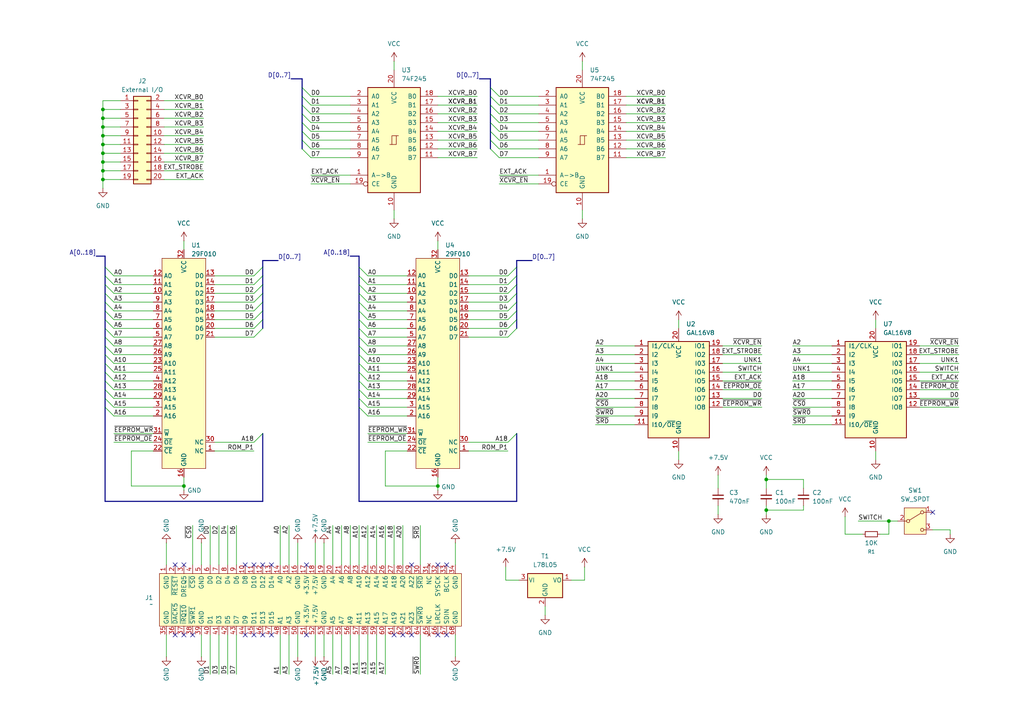
<source format=kicad_sch>
(kicad_sch
	(version 20250114)
	(generator "eeschema")
	(generator_version "9.0")
	(uuid "6a8c2265-be2b-4c23-b289-33a630e86b60")
	(paper "A4")
	
	(junction
		(at 29.845 39.37)
		(diameter 0)
		(color 0 0 0 0)
		(uuid "08b6da49-e478-428b-a2db-63f3ba1f3e56")
	)
	(junction
		(at 257.81 151.13)
		(diameter 0)
		(color 0 0 0 0)
		(uuid "0b8bb5de-9a53-432b-a930-1c43620cc08a")
	)
	(junction
		(at 222.25 139.065)
		(diameter 0)
		(color 0 0 0 0)
		(uuid "282f9292-e7f0-448f-89d1-a87586b9a2e8")
	)
	(junction
		(at 29.845 44.45)
		(diameter 0)
		(color 0 0 0 0)
		(uuid "2bb0cd86-5cb3-4cd7-9818-296fc6e282f4")
	)
	(junction
		(at 53.34 140.97)
		(diameter 0)
		(color 0 0 0 0)
		(uuid "2c0d5d4d-9b10-461d-bb06-17bc3523aadb")
	)
	(junction
		(at 29.845 36.83)
		(diameter 0)
		(color 0 0 0 0)
		(uuid "3d748003-9ef6-48b7-bdbf-bd9096c8d9fe")
	)
	(junction
		(at 29.845 31.75)
		(diameter 0)
		(color 0 0 0 0)
		(uuid "53f6fbca-29e7-455d-969b-151f8d84148d")
	)
	(junction
		(at 222.25 147.955)
		(diameter 0)
		(color 0 0 0 0)
		(uuid "5e21f2de-ef69-4aed-9f4c-a1458998666b")
	)
	(junction
		(at 29.845 49.53)
		(diameter 0)
		(color 0 0 0 0)
		(uuid "7a716f2b-ff05-431b-bda3-b48250a2a18e")
	)
	(junction
		(at 29.845 46.99)
		(diameter 0)
		(color 0 0 0 0)
		(uuid "b427e1ed-b05e-4de4-bc4b-8ddb84dd4ccf")
	)
	(junction
		(at 29.845 52.07)
		(diameter 0)
		(color 0 0 0 0)
		(uuid "bc2a9171-023c-4729-8744-0ed576668497")
	)
	(junction
		(at 29.845 41.91)
		(diameter 0)
		(color 0 0 0 0)
		(uuid "edea1dbc-1d8d-42a4-ba7b-a75465a771a7")
	)
	(junction
		(at 127 140.97)
		(diameter 0)
		(color 0 0 0 0)
		(uuid "f717f54f-0098-49e1-8c1e-f07cb0dbee57")
	)
	(junction
		(at 29.845 34.29)
		(diameter 0)
		(color 0 0 0 0)
		(uuid "f943c7c8-534e-4720-b967-60b2539d647e")
	)
	(no_connect
		(at 88.9 163.83)
		(uuid "09ba0500-e905-4da5-a799-7608434e955d")
	)
	(no_connect
		(at 53.34 184.15)
		(uuid "1009ee27-8578-4462-b5ca-67cc1a016251")
	)
	(no_connect
		(at 78.74 184.15)
		(uuid "123fdaa0-b174-4020-b62e-4304a652a44b")
	)
	(no_connect
		(at 71.12 184.15)
		(uuid "20ce29bd-70ae-40d9-ad56-7896444e7690")
	)
	(no_connect
		(at 50.8 163.83)
		(uuid "28671703-0bf8-4ac9-b08b-cc7f76785785")
	)
	(no_connect
		(at 119.38 184.15)
		(uuid "34cf1b19-3a25-4dcf-b08c-36dced807f92")
	)
	(no_connect
		(at 127 163.83)
		(uuid "4d72afb0-c04f-4a57-982c-bf8a68b2070d")
	)
	(no_connect
		(at 55.88 184.15)
		(uuid "65c2d66f-5bb3-4061-a6ed-7f67017a6880")
	)
	(no_connect
		(at 129.54 184.15)
		(uuid "66f37b2c-23db-4848-946d-239ccf071f37")
	)
	(no_connect
		(at 73.66 163.83)
		(uuid "8aa48de4-f06f-46d0-afb2-63ad717f560d")
	)
	(no_connect
		(at 88.9 184.15)
		(uuid "8ffda328-1b49-453c-a7f3-070aabca1a6e")
	)
	(no_connect
		(at 50.8 184.15)
		(uuid "9f873783-7492-4bfe-af40-e0ee21c84f98")
	)
	(no_connect
		(at 53.34 163.83)
		(uuid "a0156b57-7a86-48e3-9120-766c28bea593")
	)
	(no_connect
		(at 73.66 184.15)
		(uuid "a3e34f99-380d-42e8-86cd-e7e2f03d4a79")
	)
	(no_connect
		(at 129.54 163.83)
		(uuid "a65f3f21-06fb-45ae-a504-370b1ff32361")
	)
	(no_connect
		(at 71.12 163.83)
		(uuid "a8e735e3-488d-47f1-9eea-ef2058d94cab")
	)
	(no_connect
		(at 78.74 163.83)
		(uuid "b56962bd-2163-4a42-a35f-3952fc86f32f")
	)
	(no_connect
		(at 76.2 184.15)
		(uuid "bea93579-e0c3-4ca6-a10f-3dd1d0b38796")
	)
	(no_connect
		(at 127 184.15)
		(uuid "cac16cc1-eb41-4e17-9a3d-c5f2dc2103c1")
	)
	(no_connect
		(at 119.38 163.83)
		(uuid "cd52d49e-2903-478a-873d-e442da0aaf27")
	)
	(no_connect
		(at 114.3 184.15)
		(uuid "cf50a428-73f9-408b-af1e-deece823429d")
	)
	(no_connect
		(at 116.84 184.15)
		(uuid "d49d391b-bc5d-4c7a-934e-0facf4eadbe8")
	)
	(no_connect
		(at 270.51 148.59)
		(uuid "f1d889a8-4f50-4720-b299-516225d41119")
	)
	(no_connect
		(at 76.2 163.83)
		(uuid "f30e2551-84ac-49b8-b7ed-648dc46cabd5")
	)
	(bus_entry
		(at 73.66 87.63)
		(size 2.54 -2.54)
		(stroke
			(width 0)
			(type default)
		)
		(uuid "066f2164-4b4f-45a7-84bb-368f5b7b9298")
	)
	(bus_entry
		(at 104.14 87.63)
		(size 2.54 2.54)
		(stroke
			(width 0)
			(type default)
		)
		(uuid "0cbf627c-f9d0-4974-bef9-c8558d291f65")
	)
	(bus_entry
		(at 147.32 95.25)
		(size 2.54 -2.54)
		(stroke
			(width 0)
			(type default)
		)
		(uuid "14f2d263-54c6-4670-95ed-20897cdcc261")
	)
	(bus_entry
		(at 104.14 107.95)
		(size 2.54 2.54)
		(stroke
			(width 0)
			(type default)
		)
		(uuid "17f7357a-2255-4f18-9883-c50503365b57")
	)
	(bus_entry
		(at 30.48 102.87)
		(size 2.54 2.54)
		(stroke
			(width 0)
			(type default)
		)
		(uuid "1e8fceb0-280d-47c2-b623-4ace89a5f24c")
	)
	(bus_entry
		(at 30.48 107.95)
		(size 2.54 2.54)
		(stroke
			(width 0)
			(type default)
		)
		(uuid "2465e6ea-759b-4934-8ce2-894d2b440575")
	)
	(bus_entry
		(at 104.14 77.47)
		(size 2.54 2.54)
		(stroke
			(width 0)
			(type default)
		)
		(uuid "27fc28a6-cb14-4a26-9899-f164416e07fa")
	)
	(bus_entry
		(at 73.66 95.25)
		(size 2.54 -2.54)
		(stroke
			(width 0)
			(type default)
		)
		(uuid "327ac3ac-6d43-4adb-b800-3ead49c3438d")
	)
	(bus_entry
		(at 87.63 35.56)
		(size 2.54 2.54)
		(stroke
			(width 0)
			(type default)
		)
		(uuid "34c2ae2c-8534-4729-905d-cc5a535b9327")
	)
	(bus_entry
		(at 104.14 95.25)
		(size 2.54 2.54)
		(stroke
			(width 0)
			(type default)
		)
		(uuid "3576ea6c-e735-4474-8bc0-34c22f94dbad")
	)
	(bus_entry
		(at 30.48 82.55)
		(size 2.54 2.54)
		(stroke
			(width 0)
			(type default)
		)
		(uuid "357c383e-3960-4ee6-90fb-b3f28ac05082")
	)
	(bus_entry
		(at 147.32 85.09)
		(size 2.54 -2.54)
		(stroke
			(width 0)
			(type default)
		)
		(uuid "4343d3c7-13b3-43fa-8c17-80ed6433f3ed")
	)
	(bus_entry
		(at 30.48 95.25)
		(size 2.54 2.54)
		(stroke
			(width 0)
			(type default)
		)
		(uuid "43916bd5-a44b-4dec-9aa1-b4a8882672fe")
	)
	(bus_entry
		(at 147.32 128.27)
		(size 2.54 -2.54)
		(stroke
			(width 0)
			(type default)
		)
		(uuid "4bf2d6c6-5d05-4d91-89a5-2a1feb633135")
	)
	(bus_entry
		(at 104.14 92.71)
		(size 2.54 2.54)
		(stroke
			(width 0)
			(type default)
		)
		(uuid "506e1b9e-eb02-41c2-9258-7c62fa9d74a6")
	)
	(bus_entry
		(at 30.48 110.49)
		(size 2.54 2.54)
		(stroke
			(width 0)
			(type default)
		)
		(uuid "51e070dc-6909-45f4-9930-3b11c83055ef")
	)
	(bus_entry
		(at 30.48 87.63)
		(size 2.54 2.54)
		(stroke
			(width 0)
			(type default)
		)
		(uuid "54612a42-4823-4164-a305-72ba0f9f4839")
	)
	(bus_entry
		(at 30.48 92.71)
		(size 2.54 2.54)
		(stroke
			(width 0)
			(type default)
		)
		(uuid "5b046f00-db59-4353-843d-cfffaa52a419")
	)
	(bus_entry
		(at 104.14 90.17)
		(size 2.54 2.54)
		(stroke
			(width 0)
			(type default)
		)
		(uuid "5d4be4d8-6227-44ad-b4ec-e81d06d0461b")
	)
	(bus_entry
		(at 104.14 85.09)
		(size 2.54 2.54)
		(stroke
			(width 0)
			(type default)
		)
		(uuid "5dd03dfc-4b08-48a3-aef2-ec1bae490b0d")
	)
	(bus_entry
		(at 73.66 80.01)
		(size 2.54 -2.54)
		(stroke
			(width 0)
			(type default)
		)
		(uuid "5f0bab07-d1ac-4d2e-b3f6-c7f5f82eb091")
	)
	(bus_entry
		(at 147.32 92.71)
		(size 2.54 -2.54)
		(stroke
			(width 0)
			(type default)
		)
		(uuid "6126fd16-dde9-41c3-9116-f29a8328e3ab")
	)
	(bus_entry
		(at 147.32 90.17)
		(size 2.54 -2.54)
		(stroke
			(width 0)
			(type default)
		)
		(uuid "62c0a789-7466-49da-ac88-99d61572d4c7")
	)
	(bus_entry
		(at 142.24 35.56)
		(size 2.54 2.54)
		(stroke
			(width 0)
			(type default)
		)
		(uuid "62d33e17-c739-4c1a-95f7-d7ad7249dd27")
	)
	(bus_entry
		(at 87.63 33.02)
		(size 2.54 2.54)
		(stroke
			(width 0)
			(type default)
		)
		(uuid "6ecec525-6bc9-4b03-b462-35d2cd9beb77")
	)
	(bus_entry
		(at 30.48 105.41)
		(size 2.54 2.54)
		(stroke
			(width 0)
			(type default)
		)
		(uuid "71c2489a-3299-4349-8aab-87098ca5c08f")
	)
	(bus_entry
		(at 147.32 80.01)
		(size 2.54 -2.54)
		(stroke
			(width 0)
			(type default)
		)
		(uuid "75c2840d-b13b-4196-a016-b0867f0dac81")
	)
	(bus_entry
		(at 87.63 40.64)
		(size 2.54 2.54)
		(stroke
			(width 0)
			(type default)
		)
		(uuid "79d44dd9-9277-4659-8a35-d385c69c2c00")
	)
	(bus_entry
		(at 73.66 92.71)
		(size 2.54 -2.54)
		(stroke
			(width 0)
			(type default)
		)
		(uuid "86c30cf8-c096-4fc3-b9ed-1d51b90c3a7b")
	)
	(bus_entry
		(at 30.48 118.11)
		(size 2.54 2.54)
		(stroke
			(width 0)
			(type default)
		)
		(uuid "86ffd89c-b298-4b0b-a8ca-2ea739e457d6")
	)
	(bus_entry
		(at 87.63 30.48)
		(size 2.54 2.54)
		(stroke
			(width 0)
			(type default)
		)
		(uuid "890ac8c7-c483-4f2b-9f3f-b4d300b6b80d")
	)
	(bus_entry
		(at 104.14 113.03)
		(size 2.54 2.54)
		(stroke
			(width 0)
			(type default)
		)
		(uuid "8c7d645a-0e28-4a60-8667-e3e2e46554fb")
	)
	(bus_entry
		(at 73.66 128.27)
		(size 2.54 -2.54)
		(stroke
			(width 0)
			(type default)
		)
		(uuid "8de99a4b-a645-4745-ae07-8cb348619655")
	)
	(bus_entry
		(at 30.48 77.47)
		(size 2.54 2.54)
		(stroke
			(width 0)
			(type default)
		)
		(uuid "8e7c33ea-57a1-4f7d-a9be-0e61eab206e7")
	)
	(bus_entry
		(at 104.14 115.57)
		(size 2.54 2.54)
		(stroke
			(width 0)
			(type default)
		)
		(uuid "8fdf89cb-b91f-4c08-9a26-da15bee2caf1")
	)
	(bus_entry
		(at 142.24 25.4)
		(size 2.54 2.54)
		(stroke
			(width 0)
			(type default)
		)
		(uuid "9174e449-068d-4a0f-84cb-b158e6e0a45d")
	)
	(bus_entry
		(at 73.66 82.55)
		(size 2.54 -2.54)
		(stroke
			(width 0)
			(type default)
		)
		(uuid "918b8cfd-a582-4ac8-acc8-4654fdce18f1")
	)
	(bus_entry
		(at 73.66 90.17)
		(size 2.54 -2.54)
		(stroke
			(width 0)
			(type default)
		)
		(uuid "922d782a-253f-45ad-a165-ebf779e27e6d")
	)
	(bus_entry
		(at 30.48 113.03)
		(size 2.54 2.54)
		(stroke
			(width 0)
			(type default)
		)
		(uuid "97f65491-0700-48a7-9c38-cadf77aab832")
	)
	(bus_entry
		(at 87.63 43.18)
		(size 2.54 2.54)
		(stroke
			(width 0)
			(type default)
		)
		(uuid "9a4fc798-cd33-4fa6-8b04-b9e426864655")
	)
	(bus_entry
		(at 30.48 97.79)
		(size 2.54 2.54)
		(stroke
			(width 0)
			(type default)
		)
		(uuid "9d3d8ae1-ed74-4bc8-9fc7-47657a2fff58")
	)
	(bus_entry
		(at 30.48 80.01)
		(size 2.54 2.54)
		(stroke
			(width 0)
			(type default)
		)
		(uuid "9fbe4a3c-4ac1-4310-84b6-976659dea3cb")
	)
	(bus_entry
		(at 30.48 90.17)
		(size 2.54 2.54)
		(stroke
			(width 0)
			(type default)
		)
		(uuid "a2b338ef-742d-4862-8092-9f76747caaa3")
	)
	(bus_entry
		(at 73.66 85.09)
		(size 2.54 -2.54)
		(stroke
			(width 0)
			(type default)
		)
		(uuid "a4fc5558-009c-4f88-821a-655f9acec798")
	)
	(bus_entry
		(at 104.14 82.55)
		(size 2.54 2.54)
		(stroke
			(width 0)
			(type default)
		)
		(uuid "a51f2071-3bb5-4d8b-bda2-5608a474561a")
	)
	(bus_entry
		(at 142.24 38.1)
		(size 2.54 2.54)
		(stroke
			(width 0)
			(type default)
		)
		(uuid "a9f67d1f-a8fa-4c5a-9cb9-460622105326")
	)
	(bus_entry
		(at 142.24 30.48)
		(size 2.54 2.54)
		(stroke
			(width 0)
			(type default)
		)
		(uuid "ac4db9d9-e70a-4088-91d9-018f3aa9b0db")
	)
	(bus_entry
		(at 104.14 110.49)
		(size 2.54 2.54)
		(stroke
			(width 0)
			(type default)
		)
		(uuid "b2615d5b-ac2b-4c47-8dcd-8aad2fd06e6a")
	)
	(bus_entry
		(at 30.48 85.09)
		(size 2.54 2.54)
		(stroke
			(width 0)
			(type default)
		)
		(uuid "b8fa956f-2410-45b5-835b-44fe35f6a6a4")
	)
	(bus_entry
		(at 104.14 100.33)
		(size 2.54 2.54)
		(stroke
			(width 0)
			(type default)
		)
		(uuid "b90636e0-88da-4081-ba0d-2f5889975cd6")
	)
	(bus_entry
		(at 104.14 97.79)
		(size 2.54 2.54)
		(stroke
			(width 0)
			(type default)
		)
		(uuid "bc1c6a8a-41b9-4cff-8c2f-626f00f32c99")
	)
	(bus_entry
		(at 142.24 27.94)
		(size 2.54 2.54)
		(stroke
			(width 0)
			(type default)
		)
		(uuid "bc2240b7-12f7-4fbe-a22b-ebc7e1347641")
	)
	(bus_entry
		(at 104.14 102.87)
		(size 2.54 2.54)
		(stroke
			(width 0)
			(type default)
		)
		(uuid "bee4d7b7-82bc-4153-8358-3bbfe73524c5")
	)
	(bus_entry
		(at 73.66 97.79)
		(size 2.54 -2.54)
		(stroke
			(width 0)
			(type default)
		)
		(uuid "c43f7099-5199-441d-bcf8-d7be8d1f326f")
	)
	(bus_entry
		(at 87.63 38.1)
		(size 2.54 2.54)
		(stroke
			(width 0)
			(type default)
		)
		(uuid "c55e06cf-a68b-4cdb-ab9c-f0cde3b6b0b4")
	)
	(bus_entry
		(at 87.63 27.94)
		(size 2.54 2.54)
		(stroke
			(width 0)
			(type default)
		)
		(uuid "c9b22c7e-a8ab-45a0-95b2-fb18a53b9515")
	)
	(bus_entry
		(at 142.24 43.18)
		(size 2.54 2.54)
		(stroke
			(width 0)
			(type default)
		)
		(uuid "ce704b1f-5b5e-4685-a72b-908375521efd")
	)
	(bus_entry
		(at 87.63 25.4)
		(size 2.54 2.54)
		(stroke
			(width 0)
			(type default)
		)
		(uuid "d9321cda-f83d-4aec-9eff-3c24155c1f47")
	)
	(bus_entry
		(at 104.14 118.11)
		(size 2.54 2.54)
		(stroke
			(width 0)
			(type default)
		)
		(uuid "dc27365b-9432-490b-a269-e30e864eebf2")
	)
	(bus_entry
		(at 147.32 87.63)
		(size 2.54 -2.54)
		(stroke
			(width 0)
			(type default)
		)
		(uuid "e01cf991-9529-4894-87a0-e3ce20503ad0")
	)
	(bus_entry
		(at 104.14 105.41)
		(size 2.54 2.54)
		(stroke
			(width 0)
			(type default)
		)
		(uuid "e7eb0465-17fb-48c0-a6f7-073c44797c70")
	)
	(bus_entry
		(at 30.48 115.57)
		(size 2.54 2.54)
		(stroke
			(width 0)
			(type default)
		)
		(uuid "ed33a828-f9f5-4e05-ad4a-5132e1e7e0c3")
	)
	(bus_entry
		(at 30.48 100.33)
		(size 2.54 2.54)
		(stroke
			(width 0)
			(type default)
		)
		(uuid "f64ae77d-76e4-4501-97e9-97d9fdb05523")
	)
	(bus_entry
		(at 147.32 97.79)
		(size 2.54 -2.54)
		(stroke
			(width 0)
			(type default)
		)
		(uuid "f7b44fa4-1796-44ee-ad2e-ef11c701ddc1")
	)
	(bus_entry
		(at 147.32 82.55)
		(size 2.54 -2.54)
		(stroke
			(width 0)
			(type default)
		)
		(uuid "fa1fdf3f-5e6e-4044-bcaa-02101d38bacc")
	)
	(bus_entry
		(at 142.24 40.64)
		(size 2.54 2.54)
		(stroke
			(width 0)
			(type default)
		)
		(uuid "fadfe34c-161e-464b-ae3c-e80d69c6ca0c")
	)
	(bus_entry
		(at 142.24 33.02)
		(size 2.54 2.54)
		(stroke
			(width 0)
			(type default)
		)
		(uuid "fe9edbfa-da9c-4680-b4b2-c9030b473dd6")
	)
	(bus_entry
		(at 104.14 80.01)
		(size 2.54 2.54)
		(stroke
			(width 0)
			(type default)
		)
		(uuid "feee7486-2265-4930-88d3-fb5b0a62879e")
	)
	(wire
		(pts
			(xy 241.3 107.95) (xy 229.87 107.95)
		)
		(stroke
			(width 0)
			(type default)
		)
		(uuid "00cad865-7fa0-4d81-8bec-676531a41e34")
	)
	(wire
		(pts
			(xy 118.11 82.55) (xy 106.68 82.55)
		)
		(stroke
			(width 0)
			(type default)
		)
		(uuid "019447a4-df4d-454d-92e2-44b55f64d79f")
	)
	(wire
		(pts
			(xy 127 35.56) (xy 138.43 35.56)
		)
		(stroke
			(width 0)
			(type default)
		)
		(uuid "029f2ab0-49f9-42fe-94c4-134fa9fd3a4e")
	)
	(wire
		(pts
			(xy 184.15 115.57) (xy 172.72 115.57)
		)
		(stroke
			(width 0)
			(type default)
		)
		(uuid "02fe6f9e-045e-4a07-b202-370531ab3f89")
	)
	(wire
		(pts
			(xy 118.11 100.33) (xy 106.68 100.33)
		)
		(stroke
			(width 0)
			(type default)
		)
		(uuid "0361c7de-aa40-46cf-940a-a26cd7bd21ae")
	)
	(wire
		(pts
			(xy 270.51 153.67) (xy 275.59 153.67)
		)
		(stroke
			(width 0)
			(type default)
		)
		(uuid "04ff9815-76e0-4cb1-a55b-6621907cbc5d")
	)
	(wire
		(pts
			(xy 47.625 44.45) (xy 59.055 44.45)
		)
		(stroke
			(width 0)
			(type default)
		)
		(uuid "05ac23ce-3c94-41ec-b0cb-49cb883921a1")
	)
	(wire
		(pts
			(xy 44.45 95.25) (xy 33.02 95.25)
		)
		(stroke
			(width 0)
			(type default)
		)
		(uuid "05c22134-9e60-486f-b996-cbb35efeee84")
	)
	(bus
		(pts
			(xy 104.14 90.17) (xy 104.14 92.71)
		)
		(stroke
			(width 0)
			(type default)
		)
		(uuid "06d0988c-1ed4-4c6e-ace0-8fcc2fd7d682")
	)
	(bus
		(pts
			(xy 142.24 38.1) (xy 142.24 35.56)
		)
		(stroke
			(width 0)
			(type default)
		)
		(uuid "070eecfa-ca8b-412f-ab05-96ae75ba86d3")
	)
	(wire
		(pts
			(xy 101.6 184.15) (xy 101.6 195.58)
		)
		(stroke
			(width 0)
			(type default)
		)
		(uuid "0760f805-6b94-4ffd-a9f2-a44bc8f91f6a")
	)
	(wire
		(pts
			(xy 44.45 90.17) (xy 33.02 90.17)
		)
		(stroke
			(width 0)
			(type default)
		)
		(uuid "0835c1ef-06da-4444-973a-0c4b10930e87")
	)
	(bus
		(pts
			(xy 30.48 100.33) (xy 30.48 97.79)
		)
		(stroke
			(width 0)
			(type default)
		)
		(uuid "08431f6d-ae76-4cf0-9d2d-ce8cb5966eca")
	)
	(wire
		(pts
			(xy 91.44 190.5) (xy 91.44 184.15)
		)
		(stroke
			(width 0)
			(type default)
		)
		(uuid "08f9dbc9-0f16-4bf5-bbd3-738effa31817")
	)
	(wire
		(pts
			(xy 101.6 38.1) (xy 90.17 38.1)
		)
		(stroke
			(width 0)
			(type default)
		)
		(uuid "0a042376-b3e2-443c-a6c3-cdc88c1f6ffd")
	)
	(bus
		(pts
			(xy 149.86 85.09) (xy 149.86 82.55)
		)
		(stroke
			(width 0)
			(type default)
		)
		(uuid "0b262ad3-3aac-4858-90ee-12fddf8afa13")
	)
	(bus
		(pts
			(xy 87.63 25.4) (xy 87.63 22.86)
		)
		(stroke
			(width 0)
			(type default)
		)
		(uuid "0d89c630-0a51-41fb-8f26-ec2f33ca11ef")
	)
	(bus
		(pts
			(xy 142.24 40.64) (xy 142.24 38.1)
		)
		(stroke
			(width 0)
			(type default)
		)
		(uuid "0e442269-01c7-4fe1-a8f1-c28b3d5dd851")
	)
	(wire
		(pts
			(xy 208.28 146.685) (xy 208.28 149.225)
		)
		(stroke
			(width 0)
			(type default)
		)
		(uuid "0fba4756-23bd-475b-a710-70cb4cc08743")
	)
	(wire
		(pts
			(xy 62.23 95.25) (xy 73.66 95.25)
		)
		(stroke
			(width 0)
			(type default)
		)
		(uuid "1044b09e-0f28-4160-94f5-4ce834b76161")
	)
	(bus
		(pts
			(xy 87.63 38.1) (xy 87.63 35.56)
		)
		(stroke
			(width 0)
			(type default)
		)
		(uuid "10b70f6a-529e-431c-a18b-8d24edb71209")
	)
	(wire
		(pts
			(xy 91.44 157.48) (xy 91.44 163.83)
		)
		(stroke
			(width 0)
			(type default)
		)
		(uuid "11ab5957-a96f-4af1-bc94-9f5f166eb6b8")
	)
	(wire
		(pts
			(xy 63.5 184.15) (xy 63.5 195.58)
		)
		(stroke
			(width 0)
			(type default)
		)
		(uuid "11b61c8e-2756-4d5a-9d9d-5bf9f75ac403")
	)
	(wire
		(pts
			(xy 44.45 105.41) (xy 33.02 105.41)
		)
		(stroke
			(width 0)
			(type default)
		)
		(uuid "11c3fc75-223c-4e19-92c0-b5cf6bffb023")
	)
	(wire
		(pts
			(xy 63.5 163.83) (xy 63.5 152.4)
		)
		(stroke
			(width 0)
			(type default)
		)
		(uuid "11e98b60-716e-4bfc-924e-f180691251ad")
	)
	(wire
		(pts
			(xy 96.52 163.83) (xy 96.52 152.4)
		)
		(stroke
			(width 0)
			(type default)
		)
		(uuid "12625378-f8da-497b-8588-6a990a833716")
	)
	(wire
		(pts
			(xy 135.89 95.25) (xy 147.32 95.25)
		)
		(stroke
			(width 0)
			(type default)
		)
		(uuid "130e5353-1912-46f4-b347-88451ef8fe80")
	)
	(wire
		(pts
			(xy 208.28 137.795) (xy 208.28 141.605)
		)
		(stroke
			(width 0)
			(type default)
		)
		(uuid "15bef90f-5a55-4000-b3e4-90ae62c82bbd")
	)
	(wire
		(pts
			(xy 114.3 60.96) (xy 114.3 63.5)
		)
		(stroke
			(width 0)
			(type default)
		)
		(uuid "15ffaaee-d4cb-407b-a83f-52d74338c59c")
	)
	(wire
		(pts
			(xy 127 45.72) (xy 138.43 45.72)
		)
		(stroke
			(width 0)
			(type default)
		)
		(uuid "16010ff0-9c45-4e02-a3f5-65b771a71f9e")
	)
	(wire
		(pts
			(xy 266.7 110.49) (xy 278.13 110.49)
		)
		(stroke
			(width 0)
			(type default)
		)
		(uuid "163aa678-c021-4d57-95ba-5340a55f38ae")
	)
	(bus
		(pts
			(xy 87.63 33.02) (xy 87.63 30.48)
		)
		(stroke
			(width 0)
			(type default)
		)
		(uuid "16457fc0-cca8-4486-8030-f058bcedac01")
	)
	(wire
		(pts
			(xy 241.3 115.57) (xy 229.87 115.57)
		)
		(stroke
			(width 0)
			(type default)
		)
		(uuid "1656c8a6-e976-40ee-8cee-c3d8b18fd599")
	)
	(wire
		(pts
			(xy 127 40.64) (xy 138.43 40.64)
		)
		(stroke
			(width 0)
			(type default)
		)
		(uuid "178860ac-4a77-44bb-be8d-4e660ad1a375")
	)
	(wire
		(pts
			(xy 209.55 115.57) (xy 220.98 115.57)
		)
		(stroke
			(width 0)
			(type default)
		)
		(uuid "18af8eb3-6c1c-499a-a36f-84b60c2004ed")
	)
	(bus
		(pts
			(xy 104.14 145.415) (xy 149.86 145.415)
		)
		(stroke
			(width 0)
			(type default)
		)
		(uuid "19375296-e2e6-45f9-bcba-011f2af6976e")
	)
	(wire
		(pts
			(xy 158.115 175.895) (xy 158.115 178.435)
		)
		(stroke
			(width 0)
			(type default)
		)
		(uuid "199f4df6-5b2a-434b-9081-70505fa968d5")
	)
	(wire
		(pts
			(xy 29.845 34.29) (xy 34.925 34.29)
		)
		(stroke
			(width 0)
			(type default)
		)
		(uuid "19cfd700-f819-400e-a284-03b7556ec532")
	)
	(wire
		(pts
			(xy 135.89 97.79) (xy 147.32 97.79)
		)
		(stroke
			(width 0)
			(type default)
		)
		(uuid "1b24eb31-b8d1-4a3f-8146-5b2dcc53ec69")
	)
	(wire
		(pts
			(xy 44.45 110.49) (xy 33.02 110.49)
		)
		(stroke
			(width 0)
			(type default)
		)
		(uuid "1b6b50b9-9123-4559-b441-927195422b80")
	)
	(wire
		(pts
			(xy 132.08 157.48) (xy 132.08 163.83)
		)
		(stroke
			(width 0)
			(type default)
		)
		(uuid "1bd96de4-659b-426c-8fae-53fd173cdf4f")
	)
	(wire
		(pts
			(xy 53.34 140.97) (xy 53.34 142.24)
		)
		(stroke
			(width 0)
			(type default)
		)
		(uuid "1e1a067b-d1f3-4330-9734-87d63ae2c150")
	)
	(wire
		(pts
			(xy 245.11 149.86) (xy 245.11 154.94)
		)
		(stroke
			(width 0)
			(type default)
		)
		(uuid "1e62fafe-80f3-4695-9f3f-29f9be0e1607")
	)
	(bus
		(pts
			(xy 30.48 82.55) (xy 30.48 80.01)
		)
		(stroke
			(width 0)
			(type default)
		)
		(uuid "1f6c124b-7ae9-4a0e-a9b1-eb216653ef99")
	)
	(wire
		(pts
			(xy 127 140.97) (xy 127 142.24)
		)
		(stroke
			(width 0)
			(type default)
		)
		(uuid "22279a59-b09b-4ba2-8ca9-5a75fdca6599")
	)
	(bus
		(pts
			(xy 104.14 110.49) (xy 104.14 113.03)
		)
		(stroke
			(width 0)
			(type default)
		)
		(uuid "2524ca0f-4832-4c50-b6e2-d1c9974b4b3e")
	)
	(wire
		(pts
			(xy 222.25 139.065) (xy 222.25 141.605)
		)
		(stroke
			(width 0)
			(type default)
		)
		(uuid "262a7df6-5870-4a04-8496-0d1e614a0b43")
	)
	(wire
		(pts
			(xy 114.3 163.83) (xy 114.3 152.4)
		)
		(stroke
			(width 0)
			(type default)
		)
		(uuid "27b8aecf-8a29-4e30-b078-47df0308e6a3")
	)
	(bus
		(pts
			(xy 30.48 87.63) (xy 30.48 85.09)
		)
		(stroke
			(width 0)
			(type default)
		)
		(uuid "28948b62-8529-4273-8d4b-d3f93f1ed252")
	)
	(bus
		(pts
			(xy 76.2 125.73) (xy 76.2 145.415)
		)
		(stroke
			(width 0)
			(type default)
		)
		(uuid "29408372-b4c7-449b-ba2e-e54f95387512")
	)
	(wire
		(pts
			(xy 241.3 118.11) (xy 229.87 118.11)
		)
		(stroke
			(width 0)
			(type default)
		)
		(uuid "29aed646-ae0d-4850-93e5-ea8952d906c5")
	)
	(wire
		(pts
			(xy 156.21 33.02) (xy 144.78 33.02)
		)
		(stroke
			(width 0)
			(type default)
		)
		(uuid "2afd436a-7516-4d38-adc6-acbd9324065a")
	)
	(wire
		(pts
			(xy 101.6 50.8) (xy 90.17 50.8)
		)
		(stroke
			(width 0)
			(type default)
		)
		(uuid "2b256655-1a38-4f62-a39b-3040ffa2d266")
	)
	(bus
		(pts
			(xy 104.14 85.09) (xy 104.14 87.63)
		)
		(stroke
			(width 0)
			(type default)
		)
		(uuid "2ba31b79-1f2a-4fc6-855d-c797f869d9b1")
	)
	(wire
		(pts
			(xy 184.15 107.95) (xy 172.72 107.95)
		)
		(stroke
			(width 0)
			(type default)
		)
		(uuid "2bf28fc8-bab1-480c-818f-f0559f389ac5")
	)
	(wire
		(pts
			(xy 47.625 52.07) (xy 59.055 52.07)
		)
		(stroke
			(width 0)
			(type default)
		)
		(uuid "2d5162a7-bf3c-4dc3-b72e-ffb386807e73")
	)
	(wire
		(pts
			(xy 47.625 46.99) (xy 59.055 46.99)
		)
		(stroke
			(width 0)
			(type default)
		)
		(uuid "2de542d7-54c8-412b-9e92-0d234894a9ca")
	)
	(wire
		(pts
			(xy 255.27 154.94) (xy 257.81 154.94)
		)
		(stroke
			(width 0)
			(type default)
		)
		(uuid "2f67eb7c-a19c-4500-92a0-a732c1d5c977")
	)
	(bus
		(pts
			(xy 30.48 92.71) (xy 30.48 90.17)
		)
		(stroke
			(width 0)
			(type default)
		)
		(uuid "3037f427-751e-47eb-8d28-75ef7d79c877")
	)
	(bus
		(pts
			(xy 30.48 80.01) (xy 30.48 77.47)
		)
		(stroke
			(width 0)
			(type default)
		)
		(uuid "3211481e-55c5-4183-8b07-e34f4c5aca19")
	)
	(wire
		(pts
			(xy 58.42 157.48) (xy 58.42 163.83)
		)
		(stroke
			(width 0)
			(type default)
		)
		(uuid "324c1720-3454-4cf1-88fc-062b4af835dd")
	)
	(wire
		(pts
			(xy 118.11 92.71) (xy 106.68 92.71)
		)
		(stroke
			(width 0)
			(type default)
		)
		(uuid "32c1b5a4-c06b-405d-bde6-9fdf5712810c")
	)
	(wire
		(pts
			(xy 44.45 82.55) (xy 33.02 82.55)
		)
		(stroke
			(width 0)
			(type default)
		)
		(uuid "33af8bad-0ba5-44f1-bf4c-33afcd2b3916")
	)
	(wire
		(pts
			(xy 118.11 125.73) (xy 106.68 125.73)
		)
		(stroke
			(width 0)
			(type default)
		)
		(uuid "34044bcf-34de-45d2-8b8e-1ac34386b6cf")
	)
	(wire
		(pts
			(xy 29.845 34.29) (xy 29.845 31.75)
		)
		(stroke
			(width 0)
			(type default)
		)
		(uuid "345fe897-4af7-4e06-8ce8-1262a170783b")
	)
	(bus
		(pts
			(xy 142.24 35.56) (xy 142.24 33.02)
		)
		(stroke
			(width 0)
			(type default)
		)
		(uuid "3463fb35-a4e3-4a89-ab32-59772a481b65")
	)
	(wire
		(pts
			(xy 118.11 128.27) (xy 106.68 128.27)
		)
		(stroke
			(width 0)
			(type default)
		)
		(uuid "3566385b-7d95-4a48-90f8-966ea136e8dd")
	)
	(wire
		(pts
			(xy 169.545 168.275) (xy 169.545 164.465)
		)
		(stroke
			(width 0)
			(type default)
		)
		(uuid "35c3f077-1678-4864-8add-fdef39f36ec9")
	)
	(wire
		(pts
			(xy 29.845 29.21) (xy 34.925 29.21)
		)
		(stroke
			(width 0)
			(type default)
		)
		(uuid "36c99c48-0fe6-4bd9-8f13-842038c1491a")
	)
	(wire
		(pts
			(xy 44.45 80.01) (xy 33.02 80.01)
		)
		(stroke
			(width 0)
			(type default)
		)
		(uuid "36c9eade-a1c5-44a6-aebb-2f3d7222c493")
	)
	(wire
		(pts
			(xy 29.845 31.75) (xy 34.925 31.75)
		)
		(stroke
			(width 0)
			(type default)
		)
		(uuid "37d32ec3-c576-46eb-9e98-d158a081422c")
	)
	(bus
		(pts
			(xy 30.48 90.17) (xy 30.48 87.63)
		)
		(stroke
			(width 0)
			(type default)
		)
		(uuid "3860a1e2-7e34-4238-8b16-48eacf5a081d")
	)
	(wire
		(pts
			(xy 222.25 147.955) (xy 222.25 149.225)
		)
		(stroke
			(width 0)
			(type default)
		)
		(uuid "38f4f878-ccd9-461a-955c-6d29733d0a76")
	)
	(wire
		(pts
			(xy 68.58 163.83) (xy 68.58 152.4)
		)
		(stroke
			(width 0)
			(type default)
		)
		(uuid "39527db7-0dfb-4d7b-be3c-73d780e5418d")
	)
	(bus
		(pts
			(xy 30.48 118.11) (xy 30.48 115.57)
		)
		(stroke
			(width 0)
			(type default)
		)
		(uuid "3975028e-f946-423c-97b6-bc4afc4a8a88")
	)
	(wire
		(pts
			(xy 62.23 97.79) (xy 73.66 97.79)
		)
		(stroke
			(width 0)
			(type default)
		)
		(uuid "39eeeab1-99c4-442b-9067-8d614ea99f3b")
	)
	(wire
		(pts
			(xy 184.15 105.41) (xy 172.72 105.41)
		)
		(stroke
			(width 0)
			(type default)
		)
		(uuid "3a87d0f7-165a-4c92-86ff-9c4351a541b1")
	)
	(bus
		(pts
			(xy 149.86 75.565) (xy 154.305 75.565)
		)
		(stroke
			(width 0)
			(type default)
		)
		(uuid "3e50c68e-7faa-42f3-aa1c-7f4563c48e0d")
	)
	(wire
		(pts
			(xy 222.25 147.955) (xy 233.045 147.955)
		)
		(stroke
			(width 0)
			(type default)
		)
		(uuid "3f3824f4-6e8f-4a6e-b7fe-c07bfa4af525")
	)
	(wire
		(pts
			(xy 184.15 110.49) (xy 172.72 110.49)
		)
		(stroke
			(width 0)
			(type default)
		)
		(uuid "3f38a81c-4a51-4306-a536-e16f9fefd4aa")
	)
	(wire
		(pts
			(xy 241.3 105.41) (xy 229.87 105.41)
		)
		(stroke
			(width 0)
			(type default)
		)
		(uuid "3f65cb15-e1e3-471a-b984-2e33524eb243")
	)
	(wire
		(pts
			(xy 241.3 102.87) (xy 229.87 102.87)
		)
		(stroke
			(width 0)
			(type default)
		)
		(uuid "40214446-f847-4c0b-b937-4835e79486ae")
	)
	(wire
		(pts
			(xy 118.11 110.49) (xy 106.68 110.49)
		)
		(stroke
			(width 0)
			(type default)
		)
		(uuid "40890777-8e4d-480d-b5ba-980980b18897")
	)
	(wire
		(pts
			(xy 156.21 35.56) (xy 144.78 35.56)
		)
		(stroke
			(width 0)
			(type default)
		)
		(uuid "40db5974-46c9-4b52-8a00-025726244138")
	)
	(wire
		(pts
			(xy 83.82 184.15) (xy 83.82 195.58)
		)
		(stroke
			(width 0)
			(type default)
		)
		(uuid "410f6c4a-b223-47d0-9173-992cb64c10d0")
	)
	(wire
		(pts
			(xy 135.89 82.55) (xy 147.32 82.55)
		)
		(stroke
			(width 0)
			(type default)
		)
		(uuid "41bcbe1a-a581-42e6-a66e-361c2788a11d")
	)
	(wire
		(pts
			(xy 111.76 130.81) (xy 118.11 130.81)
		)
		(stroke
			(width 0)
			(type default)
		)
		(uuid "4259bccc-2e09-4cac-abab-60b689c2722d")
	)
	(wire
		(pts
			(xy 135.89 80.01) (xy 147.32 80.01)
		)
		(stroke
			(width 0)
			(type default)
		)
		(uuid "4459f6f4-e869-48c7-9e35-4b8553ff22e2")
	)
	(wire
		(pts
			(xy 29.845 39.37) (xy 29.845 36.83)
		)
		(stroke
			(width 0)
			(type default)
		)
		(uuid "472602f3-fa6f-4698-a9e6-427038193f51")
	)
	(wire
		(pts
			(xy 135.89 130.81) (xy 147.32 130.81)
		)
		(stroke
			(width 0)
			(type default)
		)
		(uuid "477a8d5e-f8be-4850-a02e-ac1a664606da")
	)
	(wire
		(pts
			(xy 29.845 54.61) (xy 29.845 52.07)
		)
		(stroke
			(width 0)
			(type default)
		)
		(uuid "48b7b38d-7465-4e4f-bee2-865d7c24214e")
	)
	(bus
		(pts
			(xy 149.86 80.01) (xy 149.86 77.47)
		)
		(stroke
			(width 0)
			(type default)
		)
		(uuid "49edcc56-1f0e-4fca-9ef8-8f047b0803c4")
	)
	(wire
		(pts
			(xy 114.3 17.78) (xy 114.3 20.32)
		)
		(stroke
			(width 0)
			(type default)
		)
		(uuid "4a075a48-8124-46a7-85a2-0e64ea28c877")
	)
	(wire
		(pts
			(xy 254 130.81) (xy 254 133.35)
		)
		(stroke
			(width 0)
			(type default)
		)
		(uuid "4a6db21a-4599-4d55-aa52-6c12f39c954c")
	)
	(wire
		(pts
			(xy 96.52 184.15) (xy 96.52 195.58)
		)
		(stroke
			(width 0)
			(type default)
		)
		(uuid "4bb139ca-4705-45c1-81b7-54fb1917cd41")
	)
	(wire
		(pts
			(xy 48.26 157.48) (xy 48.26 163.83)
		)
		(stroke
			(width 0)
			(type default)
		)
		(uuid "4c3732c2-211d-4196-87f5-9cd9fbb78ac6")
	)
	(wire
		(pts
			(xy 135.89 92.71) (xy 147.32 92.71)
		)
		(stroke
			(width 0)
			(type default)
		)
		(uuid "4d05cec9-d3b3-4f31-96a3-d4cd468823fd")
	)
	(wire
		(pts
			(xy 118.11 97.79) (xy 106.68 97.79)
		)
		(stroke
			(width 0)
			(type default)
		)
		(uuid "4d7e2c33-68b3-4634-a89c-760c18b0e278")
	)
	(bus
		(pts
			(xy 76.2 75.565) (xy 80.645 75.565)
		)
		(stroke
			(width 0)
			(type default)
		)
		(uuid "4da46ece-4299-476e-9b6a-69d84d95fc7b")
	)
	(wire
		(pts
			(xy 44.45 87.63) (xy 33.02 87.63)
		)
		(stroke
			(width 0)
			(type default)
		)
		(uuid "5269c16c-cf9f-448f-8b85-e067c53e2174")
	)
	(wire
		(pts
			(xy 156.21 38.1) (xy 144.78 38.1)
		)
		(stroke
			(width 0)
			(type default)
		)
		(uuid "530036ab-475d-430f-b4f3-430e54b91a34")
	)
	(wire
		(pts
			(xy 62.23 130.81) (xy 73.66 130.81)
		)
		(stroke
			(width 0)
			(type default)
		)
		(uuid "530cdb19-2fd4-4c81-b4d9-d845baa2d764")
	)
	(wire
		(pts
			(xy 233.045 147.955) (xy 233.045 146.685)
		)
		(stroke
			(width 0)
			(type default)
		)
		(uuid "534ba51f-0a83-4c1c-ac77-e07a7578a3cd")
	)
	(wire
		(pts
			(xy 29.845 41.91) (xy 29.845 39.37)
		)
		(stroke
			(width 0)
			(type default)
		)
		(uuid "537db146-e94e-4956-9580-ca75a21af3e7")
	)
	(wire
		(pts
			(xy 181.61 30.48) (xy 193.04 30.48)
		)
		(stroke
			(width 0)
			(type default)
		)
		(uuid "53d9fdb3-5197-4bd4-b566-b866ecb6d73b")
	)
	(bus
		(pts
			(xy 142.24 30.48) (xy 142.24 27.94)
		)
		(stroke
			(width 0)
			(type default)
		)
		(uuid "54bdc706-14a2-4283-a947-7b1dd0c2f62f")
	)
	(wire
		(pts
			(xy 101.6 27.94) (xy 90.17 27.94)
		)
		(stroke
			(width 0)
			(type default)
		)
		(uuid "55726537-661d-4bdc-88fa-576c6ad5c99c")
	)
	(wire
		(pts
			(xy 44.45 115.57) (xy 33.02 115.57)
		)
		(stroke
			(width 0)
			(type default)
		)
		(uuid "56c74dbf-ec77-4e59-b0f0-8fe2092fd8ba")
	)
	(wire
		(pts
			(xy 44.45 107.95) (xy 33.02 107.95)
		)
		(stroke
			(width 0)
			(type default)
		)
		(uuid "56dd1450-3307-4ea0-85e5-167db031a70c")
	)
	(wire
		(pts
			(xy 241.3 100.33) (xy 229.87 100.33)
		)
		(stroke
			(width 0)
			(type default)
		)
		(uuid "56e4fc67-2773-49bb-a14a-4a5cd421de3d")
	)
	(wire
		(pts
			(xy 209.55 107.95) (xy 220.98 107.95)
		)
		(stroke
			(width 0)
			(type default)
		)
		(uuid "573d35d0-92fe-41d4-89c8-3202ed04f517")
	)
	(wire
		(pts
			(xy 181.61 35.56) (xy 193.04 35.56)
		)
		(stroke
			(width 0)
			(type default)
		)
		(uuid "57690d25-e27d-44e0-a1dd-cc7d7e9aabf1")
	)
	(wire
		(pts
			(xy 47.625 39.37) (xy 59.055 39.37)
		)
		(stroke
			(width 0)
			(type default)
		)
		(uuid "590d901b-23fa-461b-a5a7-e6f21589239c")
	)
	(bus
		(pts
			(xy 87.63 35.56) (xy 87.63 33.02)
		)
		(stroke
			(width 0)
			(type default)
		)
		(uuid "59ceb84b-cf13-4ba3-a96b-4a2b03dbf51d")
	)
	(wire
		(pts
			(xy 47.625 31.75) (xy 59.055 31.75)
		)
		(stroke
			(width 0)
			(type default)
		)
		(uuid "59dadf9b-ce8c-4c0b-b083-fb0a9e70b9ee")
	)
	(wire
		(pts
			(xy 86.36 157.48) (xy 86.36 163.83)
		)
		(stroke
			(width 0)
			(type default)
		)
		(uuid "5a6d5f48-8224-4d29-a2b6-dff4338facac")
	)
	(wire
		(pts
			(xy 127 140.97) (xy 111.76 140.97)
		)
		(stroke
			(width 0)
			(type default)
		)
		(uuid "5e6247c0-d491-4634-9126-8bc99cb7f538")
	)
	(wire
		(pts
			(xy 184.15 102.87) (xy 172.72 102.87)
		)
		(stroke
			(width 0)
			(type default)
		)
		(uuid "5f2c65e1-d8fb-43ef-9afa-171bb44c1d7b")
	)
	(wire
		(pts
			(xy 241.3 110.49) (xy 229.87 110.49)
		)
		(stroke
			(width 0)
			(type default)
		)
		(uuid "5f2f8930-eadd-4bb0-9617-51748eb75ece")
	)
	(wire
		(pts
			(xy 266.7 107.95) (xy 278.13 107.95)
		)
		(stroke
			(width 0)
			(type default)
		)
		(uuid "60dd7123-d96e-4a45-bcbc-2ebeccd0c0b8")
	)
	(bus
		(pts
			(xy 104.14 113.03) (xy 104.14 115.57)
		)
		(stroke
			(width 0)
			(type default)
		)
		(uuid "6321dd57-2c96-4d35-a270-5d233655b2cd")
	)
	(bus
		(pts
			(xy 30.48 85.09) (xy 30.48 82.55)
		)
		(stroke
			(width 0)
			(type default)
		)
		(uuid "63c501d2-9842-4648-b7a0-02a5de158a7c")
	)
	(wire
		(pts
			(xy 44.45 100.33) (xy 33.02 100.33)
		)
		(stroke
			(width 0)
			(type default)
		)
		(uuid "63d66da3-0a55-4570-bbbe-ebdbf955a7ef")
	)
	(wire
		(pts
			(xy 181.61 43.18) (xy 193.04 43.18)
		)
		(stroke
			(width 0)
			(type default)
		)
		(uuid "6494dbda-3393-4479-97b0-c9c01bead305")
	)
	(wire
		(pts
			(xy 135.89 87.63) (xy 147.32 87.63)
		)
		(stroke
			(width 0)
			(type default)
		)
		(uuid "64afd31b-f79a-4003-9bec-46f710b7fddc")
	)
	(wire
		(pts
			(xy 146.685 168.275) (xy 150.495 168.275)
		)
		(stroke
			(width 0)
			(type default)
		)
		(uuid "66277a3e-b2b9-492a-ab2c-b4ba0389b11f")
	)
	(wire
		(pts
			(xy 62.23 90.17) (xy 73.66 90.17)
		)
		(stroke
			(width 0)
			(type default)
		)
		(uuid "66904366-28b3-4c65-92f6-2923436f9bac")
	)
	(wire
		(pts
			(xy 127 38.1) (xy 138.43 38.1)
		)
		(stroke
			(width 0)
			(type default)
		)
		(uuid "691db13f-cf12-422c-a31b-e47e69765146")
	)
	(wire
		(pts
			(xy 29.845 52.07) (xy 34.925 52.07)
		)
		(stroke
			(width 0)
			(type default)
		)
		(uuid "697010d1-71ea-42eb-84d3-d52c8dc7c8da")
	)
	(wire
		(pts
			(xy 101.6 30.48) (xy 90.17 30.48)
		)
		(stroke
			(width 0)
			(type default)
		)
		(uuid "69ba10cb-247c-4a09-9587-9d12585245c7")
	)
	(wire
		(pts
			(xy 53.34 69.85) (xy 53.34 72.39)
		)
		(stroke
			(width 0)
			(type default)
		)
		(uuid "69c49e75-64c6-46b7-8619-7d3385a4513f")
	)
	(wire
		(pts
			(xy 66.04 163.83) (xy 66.04 152.4)
		)
		(stroke
			(width 0)
			(type default)
		)
		(uuid "69fe8a8e-e508-45c7-aec7-635e8ce0e92f")
	)
	(wire
		(pts
			(xy 47.625 41.91) (xy 59.055 41.91)
		)
		(stroke
			(width 0)
			(type default)
		)
		(uuid "6a15f165-d1b8-4ff1-b877-7995361c2fa7")
	)
	(wire
		(pts
			(xy 106.68 163.83) (xy 106.68 152.4)
		)
		(stroke
			(width 0)
			(type default)
		)
		(uuid "6a173631-1ba9-4ad3-a4a8-fb2deb73495d")
	)
	(bus
		(pts
			(xy 104.14 87.63) (xy 104.14 90.17)
		)
		(stroke
			(width 0)
			(type default)
		)
		(uuid "6b3fb60f-d567-4231-a7d0-93ca75a78015")
	)
	(wire
		(pts
			(xy 132.08 190.5) (xy 132.08 184.15)
		)
		(stroke
			(width 0)
			(type default)
		)
		(uuid "6c5dcb00-7c60-47d3-a71f-8e0c1a8def53")
	)
	(wire
		(pts
			(xy 121.92 163.83) (xy 121.92 152.4)
		)
		(stroke
			(width 0)
			(type default)
		)
		(uuid "6cceb4dd-2a75-40f3-8b6d-c75ccae21952")
	)
	(bus
		(pts
			(xy 149.86 95.25) (xy 149.86 92.71)
		)
		(stroke
			(width 0)
			(type default)
		)
		(uuid "6cf9f35a-905f-4b6b-90f3-4f3f72e52124")
	)
	(wire
		(pts
			(xy 118.11 118.11) (xy 106.68 118.11)
		)
		(stroke
			(width 0)
			(type default)
		)
		(uuid "6d0a172f-3ade-41ec-a1d1-2ff8eae0eb1d")
	)
	(bus
		(pts
			(xy 149.86 82.55) (xy 149.86 80.01)
		)
		(stroke
			(width 0)
			(type default)
		)
		(uuid "6d1a71c0-b60f-43d4-ae9e-1e22b88850a0")
	)
	(bus
		(pts
			(xy 30.48 107.95) (xy 30.48 105.41)
		)
		(stroke
			(width 0)
			(type default)
		)
		(uuid "6e5e3d64-bb3d-4b50-ad06-4dc64b3597ba")
	)
	(bus
		(pts
			(xy 149.86 125.73) (xy 149.86 145.415)
		)
		(stroke
			(width 0)
			(type default)
		)
		(uuid "714e766a-9589-40bd-b97e-e24e6f747592")
	)
	(bus
		(pts
			(xy 104.14 107.95) (xy 104.14 110.49)
		)
		(stroke
			(width 0)
			(type default)
		)
		(uuid "7258bda4-06be-4c1b-9dba-6925819ac550")
	)
	(wire
		(pts
			(xy 66.04 184.15) (xy 66.04 195.58)
		)
		(stroke
			(width 0)
			(type default)
		)
		(uuid "728db3ad-a87f-4648-9963-3487d6b790a8")
	)
	(bus
		(pts
			(xy 104.14 97.79) (xy 104.14 100.33)
		)
		(stroke
			(width 0)
			(type default)
		)
		(uuid "746e3f4b-0498-4858-bc64-b361aab0bdfc")
	)
	(bus
		(pts
			(xy 142.24 25.4) (xy 142.24 22.86)
		)
		(stroke
			(width 0)
			(type default)
		)
		(uuid "76f2a1bf-dec6-4156-80b1-a93ca4b683ed")
	)
	(wire
		(pts
			(xy 118.11 120.65) (xy 106.68 120.65)
		)
		(stroke
			(width 0)
			(type default)
		)
		(uuid "76f9b9e6-5ef7-4926-9340-359b47bc5f61")
	)
	(wire
		(pts
			(xy 121.92 184.15) (xy 121.92 195.58)
		)
		(stroke
			(width 0)
			(type default)
		)
		(uuid "771e52c5-867d-4c6d-ae9b-619d17d015f0")
	)
	(bus
		(pts
			(xy 149.86 77.47) (xy 149.86 75.565)
		)
		(stroke
			(width 0)
			(type default)
		)
		(uuid "77f8c1f4-70a8-456f-a972-7188d036e153")
	)
	(wire
		(pts
			(xy 233.045 139.065) (xy 233.045 141.605)
		)
		(stroke
			(width 0)
			(type default)
		)
		(uuid "78b9fcfe-90f8-4ad4-980a-a69afe62216f")
	)
	(wire
		(pts
			(xy 196.85 130.81) (xy 196.85 133.35)
		)
		(stroke
			(width 0)
			(type default)
		)
		(uuid "793e8f7f-3bef-4753-940b-62884b558055")
	)
	(wire
		(pts
			(xy 53.34 138.43) (xy 53.34 140.97)
		)
		(stroke
			(width 0)
			(type default)
		)
		(uuid "7a3b0b6f-bc33-4c40-ab95-4ce76bc3e7a5")
	)
	(wire
		(pts
			(xy 62.23 128.27) (xy 73.66 128.27)
		)
		(stroke
			(width 0)
			(type default)
		)
		(uuid "7a769c12-de6f-4229-87b4-ba838bb60a3a")
	)
	(wire
		(pts
			(xy 184.15 100.33) (xy 172.72 100.33)
		)
		(stroke
			(width 0)
			(type default)
		)
		(uuid "7a99dfe1-a15a-4f92-8ca8-ed7c07343053")
	)
	(bus
		(pts
			(xy 30.48 110.49) (xy 30.48 107.95)
		)
		(stroke
			(width 0)
			(type default)
		)
		(uuid "7aaa8a3d-108f-45d3-b6b1-46fcc6e2b7d2")
	)
	(wire
		(pts
			(xy 101.6 53.34) (xy 90.17 53.34)
		)
		(stroke
			(width 0)
			(type default)
		)
		(uuid "7aad0dd7-3842-4dac-886a-e2699f945561")
	)
	(wire
		(pts
			(xy 241.3 120.65) (xy 229.87 120.65)
		)
		(stroke
			(width 0)
			(type default)
		)
		(uuid "7cbad3bf-42ec-44d8-81a8-57738f129e3d")
	)
	(wire
		(pts
			(xy 118.11 107.95) (xy 106.68 107.95)
		)
		(stroke
			(width 0)
			(type default)
		)
		(uuid "7de01250-319d-49db-8870-df32a4456c68")
	)
	(bus
		(pts
			(xy 76.2 87.63) (xy 76.2 85.09)
		)
		(stroke
			(width 0)
			(type default)
		)
		(uuid "7e3cdb06-007a-43e9-a2ec-2792f417cb8e")
	)
	(wire
		(pts
			(xy 68.58 184.15) (xy 68.58 195.58)
		)
		(stroke
			(width 0)
			(type default)
		)
		(uuid "7ef18406-f463-475f-9e15-2155ca0e263d")
	)
	(wire
		(pts
			(xy 184.15 120.65) (xy 172.72 120.65)
		)
		(stroke
			(width 0)
			(type default)
		)
		(uuid "7f871491-d372-44ab-8d82-58a0af2286bb")
	)
	(wire
		(pts
			(xy 104.14 184.15) (xy 104.14 195.58)
		)
		(stroke
			(width 0)
			(type default)
		)
		(uuid "7fd767b5-ecc0-4611-a231-2126b3e19499")
	)
	(wire
		(pts
			(xy 29.845 52.07) (xy 29.845 49.53)
		)
		(stroke
			(width 0)
			(type default)
		)
		(uuid "7fdb7784-fbab-4391-bde4-04d85b9bbe66")
	)
	(wire
		(pts
			(xy 209.55 102.87) (xy 220.98 102.87)
		)
		(stroke
			(width 0)
			(type default)
		)
		(uuid "802b4af6-8c58-41f6-b3c6-237ed31b4687")
	)
	(bus
		(pts
			(xy 76.2 92.71) (xy 76.2 90.17)
		)
		(stroke
			(width 0)
			(type default)
		)
		(uuid "806ca2e8-9f13-45a3-be6d-26d2a551a680")
	)
	(wire
		(pts
			(xy 44.45 118.11) (xy 33.02 118.11)
		)
		(stroke
			(width 0)
			(type default)
		)
		(uuid "81dcc263-f279-4e91-963b-5a70496c66e8")
	)
	(wire
		(pts
			(xy 47.625 29.21) (xy 59.055 29.21)
		)
		(stroke
			(width 0)
			(type default)
		)
		(uuid "823c26ce-d66d-4dc4-b49b-499dc5ed5e1b")
	)
	(bus
		(pts
			(xy 87.63 40.64) (xy 87.63 38.1)
		)
		(stroke
			(width 0)
			(type default)
		)
		(uuid "82acc85e-819d-48fc-9639-bfab9aac9d1a")
	)
	(bus
		(pts
			(xy 149.86 87.63) (xy 149.86 85.09)
		)
		(stroke
			(width 0)
			(type default)
		)
		(uuid "82b3d734-73b2-4fa1-969d-5a43453296de")
	)
	(wire
		(pts
			(xy 29.845 49.53) (xy 34.925 49.53)
		)
		(stroke
			(width 0)
			(type default)
		)
		(uuid "84cc302b-682a-49bb-8c42-b3ddc968761d")
	)
	(wire
		(pts
			(xy 81.28 184.15) (xy 81.28 195.58)
		)
		(stroke
			(width 0)
			(type default)
		)
		(uuid "870d540d-8135-451d-8077-86805264b97d")
	)
	(bus
		(pts
			(xy 87.63 30.48) (xy 87.63 27.94)
		)
		(stroke
			(width 0)
			(type default)
		)
		(uuid "884861a1-29ee-4721-ab47-f5efa328d721")
	)
	(wire
		(pts
			(xy 156.21 53.34) (xy 144.78 53.34)
		)
		(stroke
			(width 0)
			(type default)
		)
		(uuid "890df057-1b2d-4cc0-bc23-aceb5d3e3260")
	)
	(wire
		(pts
			(xy 209.55 105.41) (xy 220.98 105.41)
		)
		(stroke
			(width 0)
			(type default)
		)
		(uuid "8a2f4051-dc1c-4947-8263-1c0ea0a03283")
	)
	(wire
		(pts
			(xy 135.89 128.27) (xy 147.32 128.27)
		)
		(stroke
			(width 0)
			(type default)
		)
		(uuid "8c04e232-4f12-446e-b779-6c39cdd264a2")
	)
	(bus
		(pts
			(xy 139.065 22.86) (xy 142.24 22.86)
		)
		(stroke
			(width 0)
			(type default)
		)
		(uuid "8c0cf9c6-ba7a-45c7-b4b3-789ee53d82cd")
	)
	(wire
		(pts
			(xy 181.61 45.72) (xy 193.04 45.72)
		)
		(stroke
			(width 0)
			(type default)
		)
		(uuid "8d04fc45-2077-49d4-94c2-dd3bc75c582e")
	)
	(wire
		(pts
			(xy 118.11 90.17) (xy 106.68 90.17)
		)
		(stroke
			(width 0)
			(type default)
		)
		(uuid "8ddc67e6-a59e-4a77-86af-08603409088d")
	)
	(wire
		(pts
			(xy 44.45 102.87) (xy 33.02 102.87)
		)
		(stroke
			(width 0)
			(type default)
		)
		(uuid "8e128c09-10f1-4299-9aa3-449497362511")
	)
	(wire
		(pts
			(xy 101.6 43.18) (xy 90.17 43.18)
		)
		(stroke
			(width 0)
			(type default)
		)
		(uuid "8fb41392-3890-4678-b626-da269a18d7ba")
	)
	(wire
		(pts
			(xy 118.11 113.03) (xy 106.68 113.03)
		)
		(stroke
			(width 0)
			(type default)
		)
		(uuid "900dbab0-e66f-41f0-8995-ea64861d7077")
	)
	(wire
		(pts
			(xy 44.45 85.09) (xy 33.02 85.09)
		)
		(stroke
			(width 0)
			(type default)
		)
		(uuid "9028fb04-01c8-498d-8d4f-1bbc115376d3")
	)
	(bus
		(pts
			(xy 84.455 22.86) (xy 87.63 22.86)
		)
		(stroke
			(width 0)
			(type default)
		)
		(uuid "906924cb-7e0c-44b7-94f8-3eb26205f360")
	)
	(wire
		(pts
			(xy 118.11 87.63) (xy 106.68 87.63)
		)
		(stroke
			(width 0)
			(type default)
		)
		(uuid "907dbae0-27f1-4bb9-b590-f736c52e55f9")
	)
	(wire
		(pts
			(xy 156.21 27.94) (xy 144.78 27.94)
		)
		(stroke
			(width 0)
			(type default)
		)
		(uuid "90ea354d-4b30-4262-8ee9-55143ee7a8f6")
	)
	(wire
		(pts
			(xy 184.15 123.19) (xy 172.72 123.19)
		)
		(stroke
			(width 0)
			(type default)
		)
		(uuid "914c4f65-94be-42b2-9932-61f1096f54a3")
	)
	(wire
		(pts
			(xy 60.96 184.15) (xy 60.96 195.58)
		)
		(stroke
			(width 0)
			(type default)
		)
		(uuid "92734589-930a-4c92-9ccc-436c297aad02")
	)
	(wire
		(pts
			(xy 184.15 113.03) (xy 172.72 113.03)
		)
		(stroke
			(width 0)
			(type default)
		)
		(uuid "92b7bb71-eacd-49b4-8843-3878786632dc")
	)
	(wire
		(pts
			(xy 241.3 113.03) (xy 229.87 113.03)
		)
		(stroke
			(width 0)
			(type default)
		)
		(uuid "96e04a7a-09d8-40ca-9f22-bb128ece30fe")
	)
	(wire
		(pts
			(xy 257.81 151.13) (xy 248.92 151.13)
		)
		(stroke
			(width 0)
			(type default)
		)
		(uuid "99947152-43da-4182-b0e9-b8fcddd5a820")
	)
	(wire
		(pts
			(xy 44.45 120.65) (xy 33.02 120.65)
		)
		(stroke
			(width 0)
			(type default)
		)
		(uuid "99ce8a05-d5fc-45b9-acc5-bd6613adbbbc")
	)
	(bus
		(pts
			(xy 101.6 74.295) (xy 104.14 74.295)
		)
		(stroke
			(width 0)
			(type default)
		)
		(uuid "9aa93d67-4dae-43bc-833a-4d7beea66742")
	)
	(wire
		(pts
			(xy 168.91 60.96) (xy 168.91 63.5)
		)
		(stroke
			(width 0)
			(type default)
		)
		(uuid "9bcdf6fa-8681-4650-ba6b-24615aec6a6b")
	)
	(wire
		(pts
			(xy 241.3 123.19) (xy 229.87 123.19)
		)
		(stroke
			(width 0)
			(type default)
		)
		(uuid "9c0cf324-7427-467d-824e-e121652f0e60")
	)
	(bus
		(pts
			(xy 30.48 115.57) (xy 30.48 113.03)
		)
		(stroke
			(width 0)
			(type default)
		)
		(uuid "9d6a0063-3ae7-446f-abc4-5994c6318c0b")
	)
	(wire
		(pts
			(xy 127 30.48) (xy 138.43 30.48)
		)
		(stroke
			(width 0)
			(type default)
		)
		(uuid "9db1889c-b052-4331-818b-e2e5c14704f1")
	)
	(wire
		(pts
			(xy 209.55 110.49) (xy 220.98 110.49)
		)
		(stroke
			(width 0)
			(type default)
		)
		(uuid "9db5cd1a-26a6-4f90-8506-278e224fea25")
	)
	(wire
		(pts
			(xy 62.23 92.71) (xy 73.66 92.71)
		)
		(stroke
			(width 0)
			(type default)
		)
		(uuid "9df70fcd-ce30-4a94-85ad-baef1edda6f0")
	)
	(wire
		(pts
			(xy 93.98 190.5) (xy 93.98 184.15)
		)
		(stroke
			(width 0)
			(type default)
		)
		(uuid "9e06e4be-8abe-443c-a4a1-50c814549d4f")
	)
	(bus
		(pts
			(xy 87.63 27.94) (xy 87.63 25.4)
		)
		(stroke
			(width 0)
			(type default)
		)
		(uuid "9e214947-3f97-4ded-9f90-014c8581d740")
	)
	(wire
		(pts
			(xy 101.6 35.56) (xy 90.17 35.56)
		)
		(stroke
			(width 0)
			(type default)
		)
		(uuid "9f86dc8e-8c48-4dd2-9b64-3cca83da8826")
	)
	(bus
		(pts
			(xy 76.2 90.17) (xy 76.2 87.63)
		)
		(stroke
			(width 0)
			(type default)
		)
		(uuid "a0dc7e1d-436d-48a4-a46a-7d574dd28bf5")
	)
	(wire
		(pts
			(xy 109.22 163.83) (xy 109.22 152.4)
		)
		(stroke
			(width 0)
			(type default)
		)
		(uuid "a0de39bd-663a-4e48-b3b9-01ff0631407f")
	)
	(wire
		(pts
			(xy 29.845 44.45) (xy 29.845 41.91)
		)
		(stroke
			(width 0)
			(type default)
		)
		(uuid "a1302f1b-ca32-45c3-aa3a-0f5933fa619f")
	)
	(wire
		(pts
			(xy 101.6 163.83) (xy 101.6 152.4)
		)
		(stroke
			(width 0)
			(type default)
		)
		(uuid "a3bba8ba-5003-4e35-ab1c-6f793dcf8320")
	)
	(wire
		(pts
			(xy 209.55 100.33) (xy 220.98 100.33)
		)
		(stroke
			(width 0)
			(type default)
		)
		(uuid "a4017447-b0bc-4850-8b39-234c1b616cac")
	)
	(wire
		(pts
			(xy 47.625 34.29) (xy 59.055 34.29)
		)
		(stroke
			(width 0)
			(type default)
		)
		(uuid "a481857d-2c8f-4a95-865d-f1bcea024d55")
	)
	(bus
		(pts
			(xy 87.63 43.18) (xy 87.63 40.64)
		)
		(stroke
			(width 0)
			(type default)
		)
		(uuid "a5e14caf-1915-40ec-9751-df5c83197975")
	)
	(wire
		(pts
			(xy 60.96 163.83) (xy 60.96 152.4)
		)
		(stroke
			(width 0)
			(type default)
		)
		(uuid "a742e15c-1efa-4a42-9871-b996e1eaae94")
	)
	(bus
		(pts
			(xy 27.94 74.295) (xy 30.48 74.295)
		)
		(stroke
			(width 0)
			(type default)
		)
		(uuid "a84aa730-0899-49e8-9c34-ed1415443cd7")
	)
	(bus
		(pts
			(xy 76.2 82.55) (xy 76.2 80.01)
		)
		(stroke
			(width 0)
			(type default)
		)
		(uuid "a8b857b8-1a75-430d-9309-c1af0f92a690")
	)
	(wire
		(pts
			(xy 181.61 40.64) (xy 193.04 40.64)
		)
		(stroke
			(width 0)
			(type default)
		)
		(uuid "a8d79c6a-9ab6-4941-b364-0d38ae600024")
	)
	(wire
		(pts
			(xy 245.11 154.94) (xy 250.19 154.94)
		)
		(stroke
			(width 0)
			(type default)
		)
		(uuid "a9792138-9a6c-4928-9c17-d683292fdea0")
	)
	(bus
		(pts
			(xy 30.48 77.47) (xy 30.48 74.295)
		)
		(stroke
			(width 0)
			(type default)
		)
		(uuid "a9e64a8f-44bd-4f93-bfe3-0abd76724807")
	)
	(wire
		(pts
			(xy 135.89 85.09) (xy 147.32 85.09)
		)
		(stroke
			(width 0)
			(type default)
		)
		(uuid "aa5eb81b-dbed-49fc-a25d-2a8b7f22d2a3")
	)
	(wire
		(pts
			(xy 127 69.85) (xy 127 72.39)
		)
		(stroke
			(width 0)
			(type default)
		)
		(uuid "abaca4a3-cfcc-43a3-b637-e7c1fef3fb06")
	)
	(bus
		(pts
			(xy 76.2 77.47) (xy 76.2 75.565)
		)
		(stroke
			(width 0)
			(type default)
		)
		(uuid "ac399b8f-8e2d-43f7-94af-b57c02e28073")
	)
	(wire
		(pts
			(xy 266.7 100.33) (xy 278.13 100.33)
		)
		(stroke
			(width 0)
			(type default)
		)
		(uuid "ac5b311c-fdb3-41b6-90d4-98c6ed1644d6")
	)
	(wire
		(pts
			(xy 156.21 50.8) (xy 144.78 50.8)
		)
		(stroke
			(width 0)
			(type default)
		)
		(uuid "acfd3eb2-dfdc-4946-b9cb-2574edae3b01")
	)
	(wire
		(pts
			(xy 47.625 49.53) (xy 59.055 49.53)
		)
		(stroke
			(width 0)
			(type default)
		)
		(uuid "adad3744-84c6-406b-9f17-afdd125b52b7")
	)
	(wire
		(pts
			(xy 44.45 92.71) (xy 33.02 92.71)
		)
		(stroke
			(width 0)
			(type default)
		)
		(uuid "adb98d63-5161-4bb0-aab7-12847c9572dc")
	)
	(bus
		(pts
			(xy 104.14 102.87) (xy 104.14 105.41)
		)
		(stroke
			(width 0)
			(type default)
		)
		(uuid "adf6d0b4-65ef-42bb-bdb1-dc2234e82a87")
	)
	(wire
		(pts
			(xy 44.45 128.27) (xy 33.02 128.27)
		)
		(stroke
			(width 0)
			(type default)
		)
		(uuid "aea47a8a-13fd-4f8f-87fe-67d0365daf0c")
	)
	(wire
		(pts
			(xy 48.26 190.5) (xy 48.26 184.15)
		)
		(stroke
			(width 0)
			(type default)
		)
		(uuid "afdaf1f6-9902-44df-8377-dfbb27ac1850")
	)
	(wire
		(pts
			(xy 38.1 130.81) (xy 38.1 140.97)
		)
		(stroke
			(width 0)
			(type default)
		)
		(uuid "b17dbe34-8b43-43cd-a4b7-c4840208507c")
	)
	(wire
		(pts
			(xy 44.45 125.73) (xy 33.02 125.73)
		)
		(stroke
			(width 0)
			(type default)
		)
		(uuid "b18f522b-0a82-4e9c-a636-147f9284b535")
	)
	(bus
		(pts
			(xy 142.24 33.02) (xy 142.24 30.48)
		)
		(stroke
			(width 0)
			(type default)
		)
		(uuid "b21bcd93-32f0-4481-ae3c-dfbbfa8c7dea")
	)
	(bus
		(pts
			(xy 104.14 92.71) (xy 104.14 95.25)
		)
		(stroke
			(width 0)
			(type default)
		)
		(uuid "b282b507-e769-4fc4-87de-328709ab6be6")
	)
	(bus
		(pts
			(xy 30.48 97.79) (xy 30.48 95.25)
		)
		(stroke
			(width 0)
			(type default)
		)
		(uuid "b2bf6a31-e9ee-4ae2-85b8-023fa5a9376b")
	)
	(wire
		(pts
			(xy 29.845 39.37) (xy 34.925 39.37)
		)
		(stroke
			(width 0)
			(type default)
		)
		(uuid "b313582e-c4ee-4644-a4eb-ace7e2f27081")
	)
	(wire
		(pts
			(xy 257.81 154.94) (xy 257.81 151.13)
		)
		(stroke
			(width 0)
			(type default)
		)
		(uuid "b466e0a8-9ec7-43e1-93d6-0eecc296dd14")
	)
	(wire
		(pts
			(xy 118.11 102.87) (xy 106.68 102.87)
		)
		(stroke
			(width 0)
			(type default)
		)
		(uuid "b48d4c22-b9ae-483d-807a-5c0b9dfb6586")
	)
	(bus
		(pts
			(xy 104.14 118.11) (xy 104.14 145.415)
		)
		(stroke
			(width 0)
			(type default)
		)
		(uuid "b66bd45a-7194-43c9-b0e6-714b4ddf1680")
	)
	(wire
		(pts
			(xy 118.11 95.25) (xy 106.68 95.25)
		)
		(stroke
			(width 0)
			(type default)
		)
		(uuid "b84d0f80-bafa-4318-926d-0370c7bb85a3")
	)
	(wire
		(pts
			(xy 275.59 153.67) (xy 275.59 154.94)
		)
		(stroke
			(width 0)
			(type default)
		)
		(uuid "b85cb918-0d93-4538-b269-82a610bff630")
	)
	(wire
		(pts
			(xy 29.845 46.99) (xy 29.845 44.45)
		)
		(stroke
			(width 0)
			(type default)
		)
		(uuid "b87718db-95b9-4a7b-a9a0-c8aad61779dc")
	)
	(wire
		(pts
			(xy 127 43.18) (xy 138.43 43.18)
		)
		(stroke
			(width 0)
			(type default)
		)
		(uuid "b89c31ca-c811-42f5-9b19-df7c15e0f68b")
	)
	(bus
		(pts
			(xy 30.48 145.415) (xy 76.2 145.415)
		)
		(stroke
			(width 0)
			(type default)
		)
		(uuid "b8fcb841-dab6-4040-a9d3-a17ecfb0dfaf")
	)
	(wire
		(pts
			(xy 118.11 80.01) (xy 106.68 80.01)
		)
		(stroke
			(width 0)
			(type default)
		)
		(uuid "ba0e06fc-7ab4-4edc-b944-969fa093b701")
	)
	(wire
		(pts
			(xy 118.11 105.41) (xy 106.68 105.41)
		)
		(stroke
			(width 0)
			(type default)
		)
		(uuid "bc3faa9e-7b5d-40b0-9278-cafdad5997a1")
	)
	(wire
		(pts
			(xy 165.735 168.275) (xy 169.545 168.275)
		)
		(stroke
			(width 0)
			(type default)
		)
		(uuid "bc54f620-dbe0-473f-97ea-5fd15625a9ee")
	)
	(wire
		(pts
			(xy 266.7 102.87) (xy 278.13 102.87)
		)
		(stroke
			(width 0)
			(type default)
		)
		(uuid "bc80d335-207b-42c3-810d-7eac6a4a6b9d")
	)
	(wire
		(pts
			(xy 81.28 163.83) (xy 81.28 152.4)
		)
		(stroke
			(width 0)
			(type default)
		)
		(uuid "bed3d925-7fb0-4064-9295-904d7319087a")
	)
	(wire
		(pts
			(xy 86.36 190.5) (xy 86.36 184.15)
		)
		(stroke
			(width 0)
			(type default)
		)
		(uuid "befe7f74-2f1c-44d5-9d81-ff51030ec5ca")
	)
	(bus
		(pts
			(xy 30.48 95.25) (xy 30.48 92.71)
		)
		(stroke
			(width 0)
			(type default)
		)
		(uuid "c0007488-791e-45ba-a130-583696c2363b")
	)
	(wire
		(pts
			(xy 53.34 140.97) (xy 38.1 140.97)
		)
		(stroke
			(width 0)
			(type default)
		)
		(uuid "c04023f2-a4cd-43a0-b271-1d2e4e47bc4c")
	)
	(bus
		(pts
			(xy 104.14 80.01) (xy 104.14 82.55)
		)
		(stroke
			(width 0)
			(type default)
		)
		(uuid "c0eafee8-a857-4ad9-899a-b0dbfee08cb0")
	)
	(bus
		(pts
			(xy 142.24 43.18) (xy 142.24 40.64)
		)
		(stroke
			(width 0)
			(type default)
		)
		(uuid "c1e93854-d9c4-4d54-8ae9-9a583d0345d2")
	)
	(wire
		(pts
			(xy 101.6 45.72) (xy 90.17 45.72)
		)
		(stroke
			(width 0)
			(type default)
		)
		(uuid "c245e893-c2e2-421a-aa48-6e60bced4cb9")
	)
	(bus
		(pts
			(xy 76.2 95.25) (xy 76.2 92.71)
		)
		(stroke
			(width 0)
			(type default)
		)
		(uuid "c2b9bbee-007a-4e26-bc63-190396444038")
	)
	(wire
		(pts
			(xy 111.76 184.15) (xy 111.76 195.58)
		)
		(stroke
			(width 0)
			(type default)
		)
		(uuid "c42d1e94-728a-4f4a-8e89-5274358c089e")
	)
	(wire
		(pts
			(xy 118.11 115.57) (xy 106.68 115.57)
		)
		(stroke
			(width 0)
			(type default)
		)
		(uuid "c44644e9-eda2-4426-a6f0-ac6bd5024bd2")
	)
	(wire
		(pts
			(xy 58.42 190.5) (xy 58.42 184.15)
		)
		(stroke
			(width 0)
			(type default)
		)
		(uuid "c5c7e68d-c59f-47ae-a9bb-cdf60baa6a76")
	)
	(wire
		(pts
			(xy 118.11 85.09) (xy 106.68 85.09)
		)
		(stroke
			(width 0)
			(type default)
		)
		(uuid "c614ac0a-94bb-4a0c-9b48-d5b64339d637")
	)
	(wire
		(pts
			(xy 47.625 36.83) (xy 59.055 36.83)
		)
		(stroke
			(width 0)
			(type default)
		)
		(uuid "c638f750-c1a2-4f0f-8d6b-644b1a2056e3")
	)
	(bus
		(pts
			(xy 104.14 100.33) (xy 104.14 102.87)
		)
		(stroke
			(width 0)
			(type default)
		)
		(uuid "c6a92054-e347-4d9c-8bb3-f1d0455e6d1c")
	)
	(wire
		(pts
			(xy 83.82 163.83) (xy 83.82 152.4)
		)
		(stroke
			(width 0)
			(type default)
		)
		(uuid "c6f8b68d-bb2f-4e39-94e6-b1791f9410ac")
	)
	(wire
		(pts
			(xy 196.85 92.71) (xy 196.85 95.25)
		)
		(stroke
			(width 0)
			(type default)
		)
		(uuid "c7ef782e-f73a-4835-9a5d-a8bfd6c15fa6")
	)
	(bus
		(pts
			(xy 30.48 105.41) (xy 30.48 102.87)
		)
		(stroke
			(width 0)
			(type default)
		)
		(uuid "c8377e14-22d4-4591-834e-490f0864169b")
	)
	(wire
		(pts
			(xy 168.91 17.78) (xy 168.91 20.32)
		)
		(stroke
			(width 0)
			(type default)
		)
		(uuid "ca55fc95-fb82-4250-aba9-2c1d56092118")
	)
	(wire
		(pts
			(xy 135.89 90.17) (xy 147.32 90.17)
		)
		(stroke
			(width 0)
			(type default)
		)
		(uuid "cb60a0e3-f11e-4f99-81fb-ef92f962bb7b")
	)
	(bus
		(pts
			(xy 76.2 85.09) (xy 76.2 82.55)
		)
		(stroke
			(width 0)
			(type default)
		)
		(uuid "cde79902-643e-40d9-a939-abc9178878e3")
	)
	(wire
		(pts
			(xy 116.84 163.83) (xy 116.84 152.4)
		)
		(stroke
			(width 0)
			(type default)
		)
		(uuid "ce83f16a-b925-474a-92f3-6ef862902f55")
	)
	(bus
		(pts
			(xy 104.14 115.57) (xy 104.14 118.11)
		)
		(stroke
			(width 0)
			(type default)
		)
		(uuid "d01e8cd1-ec1d-4d54-9fcb-ebe9eb6c423a")
	)
	(wire
		(pts
			(xy 156.21 43.18) (xy 144.78 43.18)
		)
		(stroke
			(width 0)
			(type default)
		)
		(uuid "d0f99ceb-d623-4f23-b130-d31fca651b71")
	)
	(wire
		(pts
			(xy 29.845 36.83) (xy 34.925 36.83)
		)
		(stroke
			(width 0)
			(type default)
		)
		(uuid "d19f35c5-0a44-4ada-af29-6c2d0caa71d1")
	)
	(wire
		(pts
			(xy 181.61 27.94) (xy 193.04 27.94)
		)
		(stroke
			(width 0)
			(type default)
		)
		(uuid "d241e894-d212-4b64-8212-a153eb3fc30a")
	)
	(wire
		(pts
			(xy 266.7 115.57) (xy 278.13 115.57)
		)
		(stroke
			(width 0)
			(type default)
		)
		(uuid "d299f858-a5b1-40f7-b077-b2e20868b61b")
	)
	(wire
		(pts
			(xy 109.22 184.15) (xy 109.22 195.58)
		)
		(stroke
			(width 0)
			(type default)
		)
		(uuid "d42d0d29-15a9-48bd-9a9b-75844a020bb5")
	)
	(bus
		(pts
			(xy 142.24 27.94) (xy 142.24 25.4)
		)
		(stroke
			(width 0)
			(type default)
		)
		(uuid "d431199e-d7b8-43cf-93b9-748b81d78aa2")
	)
	(wire
		(pts
			(xy 184.15 118.11) (xy 172.72 118.11)
		)
		(stroke
			(width 0)
			(type default)
		)
		(uuid "d471bacf-3f94-4c6b-a24b-4ecd3a2c28c5")
	)
	(bus
		(pts
			(xy 104.14 77.47) (xy 104.14 74.295)
		)
		(stroke
			(width 0)
			(type default)
		)
		(uuid "d4aba993-3450-4471-a7b0-293d15411b09")
	)
	(wire
		(pts
			(xy 127 33.02) (xy 138.43 33.02)
		)
		(stroke
			(width 0)
			(type default)
		)
		(uuid "d72d055e-991a-45b9-b9ab-95d1ee80f4f0")
	)
	(wire
		(pts
			(xy 29.845 46.99) (xy 34.925 46.99)
		)
		(stroke
			(width 0)
			(type default)
		)
		(uuid "d906cea6-1aca-4de1-8e64-6d65b64778b5")
	)
	(wire
		(pts
			(xy 104.14 163.83) (xy 104.14 152.4)
		)
		(stroke
			(width 0)
			(type default)
		)
		(uuid "d94817b6-3d12-4f11-90a5-e853d6b84418")
	)
	(bus
		(pts
			(xy 76.2 80.01) (xy 76.2 77.47)
		)
		(stroke
			(width 0)
			(type default)
		)
		(uuid "d965c0a0-5b3c-4152-8faa-2ddad15df70e")
	)
	(wire
		(pts
			(xy 222.25 146.685) (xy 222.25 147.955)
		)
		(stroke
			(width 0)
			(type default)
		)
		(uuid "d9939c9f-96fb-46e1-8ef3-7862faeaa4c1")
	)
	(wire
		(pts
			(xy 127 138.43) (xy 127 140.97)
		)
		(stroke
			(width 0)
			(type default)
		)
		(uuid "d9c3d222-5c9e-44b4-b986-f145a538fd8e")
	)
	(wire
		(pts
			(xy 62.23 82.55) (xy 73.66 82.55)
		)
		(stroke
			(width 0)
			(type default)
		)
		(uuid "dd4534ed-4551-4017-a392-8fdc4ab296f5")
	)
	(wire
		(pts
			(xy 99.06 163.83) (xy 99.06 152.4)
		)
		(stroke
			(width 0)
			(type default)
		)
		(uuid "de78c9f0-65a8-4613-a9ba-d1ea593dc181")
	)
	(wire
		(pts
			(xy 278.13 113.03) (xy 266.7 113.03)
		)
		(stroke
			(width 0)
			(type default)
		)
		(uuid "df723e45-c800-4f23-9506-de8c61f0ce38")
	)
	(wire
		(pts
			(xy 62.23 80.01) (xy 73.66 80.01)
		)
		(stroke
			(width 0)
			(type default)
		)
		(uuid "dfb65951-b0b5-4e36-a6ed-108af137cedc")
	)
	(bus
		(pts
			(xy 149.86 92.71) (xy 149.86 90.17)
		)
		(stroke
			(width 0)
			(type default)
		)
		(uuid "e00a2ed2-f7c3-473b-89c6-9a1342e74d23")
	)
	(wire
		(pts
			(xy 209.55 118.11) (xy 220.98 118.11)
		)
		(stroke
			(width 0)
			(type default)
		)
		(uuid "e046713b-407a-478a-8c3c-fa89aab7e200")
	)
	(wire
		(pts
			(xy 93.98 157.48) (xy 93.98 163.83)
		)
		(stroke
			(width 0)
			(type default)
		)
		(uuid "e10ed966-9d3c-4790-9cc4-87ee1754b37e")
	)
	(bus
		(pts
			(xy 104.14 77.47) (xy 104.14 80.01)
		)
		(stroke
			(width 0)
			(type default)
		)
		(uuid "e13993b7-40bb-44d1-ba59-3e914bf821cf")
	)
	(wire
		(pts
			(xy 101.6 33.02) (xy 90.17 33.02)
		)
		(stroke
			(width 0)
			(type default)
		)
		(uuid "e34b6933-ddf2-4326-9023-14965eca6130")
	)
	(wire
		(pts
			(xy 38.1 130.81) (xy 44.45 130.81)
		)
		(stroke
			(width 0)
			(type default)
		)
		(uuid "e351659c-a0e6-483b-ab27-9af82c02be48")
	)
	(wire
		(pts
			(xy 254 92.71) (xy 254 95.25)
		)
		(stroke
			(width 0)
			(type default)
		)
		(uuid "e38efa98-01ea-4348-90f0-9cb112380b48")
	)
	(wire
		(pts
			(xy 44.45 113.03) (xy 33.02 113.03)
		)
		(stroke
			(width 0)
			(type default)
		)
		(uuid "e3b38ae5-c1dc-4384-b653-c5053341a78a")
	)
	(wire
		(pts
			(xy 260.35 151.13) (xy 257.81 151.13)
		)
		(stroke
			(width 0)
			(type default)
		)
		(uuid "e4dc3715-d6a1-4577-81ca-860095735689")
	)
	(wire
		(pts
			(xy 278.13 118.11) (xy 266.7 118.11)
		)
		(stroke
			(width 0)
			(type default)
		)
		(uuid "e4fe3349-d21f-4092-95d0-fe3483ad3adf")
	)
	(wire
		(pts
			(xy 29.845 49.53) (xy 29.845 46.99)
		)
		(stroke
			(width 0)
			(type default)
		)
		(uuid "e77825b0-99c9-4358-8ee3-0d577777fb62")
	)
	(wire
		(pts
			(xy 106.68 184.15) (xy 106.68 195.58)
		)
		(stroke
			(width 0)
			(type default)
		)
		(uuid "e97df9ab-e2ef-42d9-8f46-150ee9fe6bdb")
	)
	(wire
		(pts
			(xy 127 27.94) (xy 138.43 27.94)
		)
		(stroke
			(width 0)
			(type default)
		)
		(uuid "e9b735d6-43b9-4ee8-8671-98b428408b7e")
	)
	(wire
		(pts
			(xy 209.55 113.03) (xy 220.98 113.03)
		)
		(stroke
			(width 0)
			(type default)
		)
		(uuid "e9cbee66-31d9-47d7-9b87-27b92ab804d0")
	)
	(wire
		(pts
			(xy 156.21 40.64) (xy 144.78 40.64)
		)
		(stroke
			(width 0)
			(type default)
		)
		(uuid "ea5d3d19-7739-407b-b7cc-1d7374fdb708")
	)
	(wire
		(pts
			(xy 222.25 139.065) (xy 233.045 139.065)
		)
		(stroke
			(width 0)
			(type default)
		)
		(uuid "eaa672ff-6dc8-46c2-9511-b839e8717a57")
	)
	(wire
		(pts
			(xy 99.06 184.15) (xy 99.06 195.58)
		)
		(stroke
			(width 0)
			(type default)
		)
		(uuid "eabef2b0-4496-4297-acd2-54d49c8efa53")
	)
	(wire
		(pts
			(xy 111.76 163.83) (xy 111.76 152.4)
		)
		(stroke
			(width 0)
			(type default)
		)
		(uuid "ebbf38cf-2b71-41c6-a9f4-3bb5d8fcf18b")
	)
	(wire
		(pts
			(xy 62.23 85.09) (xy 73.66 85.09)
		)
		(stroke
			(width 0)
			(type default)
		)
		(uuid "ed11a0bf-9363-4836-a9df-238457166cdd")
	)
	(wire
		(pts
			(xy 146.685 164.465) (xy 146.685 168.275)
		)
		(stroke
			(width 0)
			(type default)
		)
		(uuid "ee7ab53c-02b6-4242-9564-f77ef6fe8882")
	)
	(wire
		(pts
			(xy 181.61 33.02) (xy 193.04 33.02)
		)
		(stroke
			(width 0)
			(type default)
		)
		(uuid "eeaaffee-f269-4db3-a6b1-1a56c4772024")
	)
	(bus
		(pts
			(xy 30.48 118.11) (xy 30.48 145.415)
		)
		(stroke
			(width 0)
			(type default)
		)
		(uuid "efdcc388-f12d-4350-b72b-96a8713643a2")
	)
	(wire
		(pts
			(xy 156.21 45.72) (xy 144.78 45.72)
		)
		(stroke
			(width 0)
			(type default)
		)
		(uuid "f014e8df-c241-41bb-90b0-5b5e5356e19a")
	)
	(bus
		(pts
			(xy 104.14 105.41) (xy 104.14 107.95)
		)
		(stroke
			(width 0)
			(type default)
		)
		(uuid "f09000a1-73f2-4444-9e30-6293c0af8361")
	)
	(wire
		(pts
			(xy 62.23 87.63) (xy 73.66 87.63)
		)
		(stroke
			(width 0)
			(type default)
		)
		(uuid "f285fd77-86d3-472b-b41e-909329dbc296")
	)
	(bus
		(pts
			(xy 104.14 95.25) (xy 104.14 97.79)
		)
		(stroke
			(width 0)
			(type default)
		)
		(uuid "f30a39aa-8807-4b0f-b0db-846e0497fdc4")
	)
	(wire
		(pts
			(xy 29.845 41.91) (xy 34.925 41.91)
		)
		(stroke
			(width 0)
			(type default)
		)
		(uuid "f32876fb-eb14-4fd3-8c36-91b7e1d1b2c9")
	)
	(wire
		(pts
			(xy 111.76 130.81) (xy 111.76 140.97)
		)
		(stroke
			(width 0)
			(type default)
		)
		(uuid "f3d772ce-57c8-4057-ac80-18a5b4e7398a")
	)
	(bus
		(pts
			(xy 149.86 90.17) (xy 149.86 87.63)
		)
		(stroke
			(width 0)
			(type default)
		)
		(uuid "f52351bf-76f6-4c4b-8b8c-678248702b26")
	)
	(wire
		(pts
			(xy 222.25 137.795) (xy 222.25 139.065)
		)
		(stroke
			(width 0)
			(type default)
		)
		(uuid "f532a6e6-141f-4488-97bc-3218d214c472")
	)
	(bus
		(pts
			(xy 30.48 102.87) (xy 30.48 100.33)
		)
		(stroke
			(width 0)
			(type default)
		)
		(uuid "f68f0ab0-c0c8-4736-a0a0-9d8ce5971ab5")
	)
	(bus
		(pts
			(xy 104.14 82.55) (xy 104.14 85.09)
		)
		(stroke
			(width 0)
			(type default)
		)
		(uuid "f90d2685-d6e4-438c-a332-9ec85c6a111c")
	)
	(wire
		(pts
			(xy 156.21 30.48) (xy 144.78 30.48)
		)
		(stroke
			(width 0)
			(type default)
		)
		(uuid "f9672e86-814d-40b7-9e9f-ac358dc00c5e")
	)
	(wire
		(pts
			(xy 181.61 38.1) (xy 193.04 38.1)
		)
		(stroke
			(width 0)
			(type default)
		)
		(uuid "f989c088-4f2b-4aed-92b4-2637c0cad314")
	)
	(wire
		(pts
			(xy 101.6 40.64) (xy 90.17 40.64)
		)
		(stroke
			(width 0)
			(type default)
		)
		(uuid "faab4306-6c1c-4385-9564-a0afdc0ab085")
	)
	(wire
		(pts
			(xy 55.88 163.83) (xy 55.88 152.4)
		)
		(stroke
			(width 0)
			(type default)
		)
		(uuid "fba6e967-3dad-446d-941c-3940c62ad15d")
	)
	(wire
		(pts
			(xy 44.45 97.79) (xy 33.02 97.79)
		)
		(stroke
			(width 0)
			(type default)
		)
		(uuid "fbb6fc6f-6057-4606-bab3-e03e2a3a634d")
	)
	(wire
		(pts
			(xy 29.845 44.45) (xy 34.925 44.45)
		)
		(stroke
			(width 0)
			(type default)
		)
		(uuid "fdedb8a9-25ab-438b-bf83-b6d247f8e1da")
	)
	(wire
		(pts
			(xy 266.7 105.41) (xy 278.13 105.41)
		)
		(stroke
			(width 0)
			(type default)
		)
		(uuid "fdf624c6-4920-4571-aca9-2f877d8d12da")
	)
	(wire
		(pts
			(xy 29.845 31.75) (xy 29.845 29.21)
		)
		(stroke
			(width 0)
			(type default)
		)
		(uuid "fe6a8d88-91d9-4d03-9bd1-57e1190d27b0")
	)
	(wire
		(pts
			(xy 29.845 36.83) (xy 29.845 34.29)
		)
		(stroke
			(width 0)
			(type default)
		)
		(uuid "fe8b97e3-39d1-463f-be1b-c36c47ef7cfb")
	)
	(bus
		(pts
			(xy 30.48 113.03) (xy 30.48 110.49)
		)
		(stroke
			(width 0)
			(type default)
		)
		(uuid "ff486f8f-d238-4f85-a552-b14da8ad056b")
	)
	(label "A1"
		(at 81.28 195.58 90)
		(effects
			(font
				(size 1.27 1.27)
			)
			(justify left bottom)
		)
		(uuid "001624ca-176f-41d3-b278-9905f4814bf6")
	)
	(label "A20"
		(at 229.87 115.57 0)
		(effects
			(font
				(size 1.27 1.27)
			)
			(justify left bottom)
		)
		(uuid "00cc03e9-afdf-45ab-a1cd-2d262ef1856a")
	)
	(label "A6"
		(at 33.02 95.25 0)
		(effects
			(font
				(size 1.27 1.27)
			)
			(justify left bottom)
		)
		(uuid "0133bca4-17bf-4b3a-a061-571352b94e15")
	)
	(label "A12"
		(at 33.02 110.49 0)
		(effects
			(font
				(size 1.27 1.27)
			)
			(justify left bottom)
		)
		(uuid "01a29c9c-359c-4ee1-aafc-87f5dc063b35")
	)
	(label "D1"
		(at 60.96 195.58 90)
		(effects
			(font
				(size 1.27 1.27)
			)
			(justify left bottom)
		)
		(uuid "028aa283-aeee-436e-95ac-547cbfb1fd1e")
	)
	(label "D6"
		(at 73.66 95.25 180)
		(effects
			(font
				(size 1.27 1.27)
			)
			(justify right bottom)
		)
		(uuid "0392e8ec-780e-4d65-8644-f8419066095f")
	)
	(label "D3"
		(at 144.78 35.56 0)
		(effects
			(font
				(size 1.27 1.27)
			)
			(justify left bottom)
		)
		(uuid "05102c1d-45d6-466e-afe6-0f8e75407795")
	)
	(label "A8"
		(at 101.6 152.4 270)
		(effects
			(font
				(size 1.27 1.27)
			)
			(justify right bottom)
		)
		(uuid "05d4f518-9144-4fdc-9c38-4b88043e3d1a")
	)
	(label "UNK1"
		(at 278.13 105.41 180)
		(effects
			(font
				(size 1.27 1.27)
			)
			(justify right bottom)
		)
		(uuid "06343513-16d7-4fce-ad61-ee0faffa31cb")
	)
	(label "D0"
		(at 73.66 80.01 180)
		(effects
			(font
				(size 1.27 1.27)
			)
			(justify right bottom)
		)
		(uuid "090fc567-200d-47bf-85f4-6357874e2a13")
	)
	(label "EXT_STROBE"
		(at 59.055 49.53 180)
		(effects
			(font
				(size 1.27 1.27)
			)
			(justify right bottom)
		)
		(uuid "09e7e027-98f8-4a3c-b019-b507951eca3e")
	)
	(label "D7"
		(at 73.66 97.79 180)
		(effects
			(font
				(size 1.27 1.27)
			)
			(justify right bottom)
		)
		(uuid "0a1b0808-aa15-4a42-a84a-2694a7eaa0da")
	)
	(label "A6"
		(at 99.06 152.4 270)
		(effects
			(font
				(size 1.27 1.27)
			)
			(justify right bottom)
		)
		(uuid "0fa6427a-c571-4a71-8825-dd188af17ede")
	)
	(label "A0"
		(at 106.68 80.01 0)
		(effects
			(font
				(size 1.27 1.27)
			)
			(justify left bottom)
		)
		(uuid "1060e6db-878a-4d42-956f-7acf70fab055")
	)
	(label "D6"
		(at 144.78 43.18 0)
		(effects
			(font
				(size 1.27 1.27)
			)
			(justify left bottom)
		)
		(uuid "108d6bfb-b2fe-4879-8ade-04815636ae60")
	)
	(label "A4"
		(at 106.68 90.17 0)
		(effects
			(font
				(size 1.27 1.27)
			)
			(justify left bottom)
		)
		(uuid "10f4b33a-14e0-47bf-a5d3-714d9d2cc18f")
	)
	(label "XCVR_B7"
		(at 193.04 45.72 180)
		(effects
			(font
				(size 1.27 1.27)
			)
			(justify right bottom)
		)
		(uuid "129c76b1-2cd7-4a0a-bfc1-a7d1068841ac")
	)
	(label "A0"
		(at 81.28 152.4 270)
		(effects
			(font
				(size 1.27 1.27)
			)
			(justify right bottom)
		)
		(uuid "133e51f6-0db1-49db-8ba8-c0c43c05af04")
	)
	(label "EXT_ACK"
		(at 90.17 50.8 0)
		(effects
			(font
				(size 1.27 1.27)
			)
			(justify left bottom)
		)
		(uuid "149a9d3b-24d4-4cd1-9255-0016c42c7346")
	)
	(label "D5"
		(at 144.78 40.64 0)
		(effects
			(font
				(size 1.27 1.27)
			)
			(justify left bottom)
		)
		(uuid "15479236-a266-45c3-9c89-22f26698e504")
	)
	(label "EXT_STROBE"
		(at 278.13 102.87 180)
		(effects
			(font
				(size 1.27 1.27)
			)
			(justify right bottom)
		)
		(uuid "18b4f5cc-d571-408a-8378-1f4b04b19b24")
	)
	(label "~{XCVR_EN}"
		(at 220.98 100.33 180)
		(effects
			(font
				(size 1.27 1.27)
			)
			(justify right bottom)
		)
		(uuid "190706a3-c68e-4281-b7f7-7f2e7d0d707a")
	)
	(label "A14"
		(at 33.02 115.57 0)
		(effects
			(font
				(size 1.27 1.27)
			)
			(justify left bottom)
		)
		(uuid "191e016e-9cbc-414a-8612-90b42e80634f")
	)
	(label "~{SRD}"
		(at 229.87 123.19 0)
		(effects
			(font
				(size 1.27 1.27)
			)
			(justify left bottom)
		)
		(uuid "191e614d-17b1-4966-82c4-c4659235b2a6")
	)
	(label "D3"
		(at 90.17 35.56 0)
		(effects
			(font
				(size 1.27 1.27)
			)
			(justify left bottom)
		)
		(uuid "19e8b8d7-154e-411d-a700-0f09b085eb59")
	)
	(label "A10"
		(at 33.02 105.41 0)
		(effects
			(font
				(size 1.27 1.27)
			)
			(justify left bottom)
		)
		(uuid "1cd360c2-eaf6-4825-98df-60cf2f4ab7b0")
	)
	(label "D3"
		(at 63.5 195.58 90)
		(effects
			(font
				(size 1.27 1.27)
			)
			(justify left bottom)
		)
		(uuid "1da671de-5199-40e6-9dd5-efaacb22eeb7")
	)
	(label "D0"
		(at 144.78 27.94 0)
		(effects
			(font
				(size 1.27 1.27)
			)
			(justify left bottom)
		)
		(uuid "1e2d8b47-bab7-4366-bf10-d883bb3be6ec")
	)
	(label "XCVR_B4"
		(at 59.055 39.37 180)
		(effects
			(font
				(size 1.27 1.27)
			)
			(justify right bottom)
		)
		(uuid "1ed09f60-beac-4944-a04f-0bc3460b9694")
	)
	(label "A11"
		(at 33.02 107.95 0)
		(effects
			(font
				(size 1.27 1.27)
			)
			(justify left bottom)
		)
		(uuid "1f8b8233-7e94-417e-8a90-8aa27ae56407")
	)
	(label "A14"
		(at 106.68 115.57 0)
		(effects
			(font
				(size 1.27 1.27)
			)
			(justify left bottom)
		)
		(uuid "1fb82ec5-c2da-4f66-b090-9ebe0e7d253a")
	)
	(label "D3"
		(at 73.66 87.63 180)
		(effects
			(font
				(size 1.27 1.27)
			)
			(justify right bottom)
		)
		(uuid "1fc6c2f1-f7f8-4436-819a-76cd6b07912d")
	)
	(label "A2"
		(at 83.82 152.4 270)
		(effects
			(font
				(size 1.27 1.27)
			)
			(justify right bottom)
		)
		(uuid "1fd2791f-bf83-4aaf-9b3d-f0f938a87239")
	)
	(label "A3"
		(at 33.02 87.63 0)
		(effects
			(font
				(size 1.27 1.27)
			)
			(justify left bottom)
		)
		(uuid "23ac58e6-066f-4856-b51b-fb7084765a10")
	)
	(label "~{SRD}"
		(at 172.72 123.19 0)
		(effects
			(font
				(size 1.27 1.27)
			)
			(justify left bottom)
		)
		(uuid "250629b0-2263-4824-8ae7-97dbaa6aa8f8")
	)
	(label "A20"
		(at 172.72 115.57 0)
		(effects
			(font
				(size 1.27 1.27)
			)
			(justify left bottom)
		)
		(uuid "28d15be1-514a-46d6-be0a-c5e292de2690")
	)
	(label "D7"
		(at 68.58 195.58 90)
		(effects
			(font
				(size 1.27 1.27)
			)
			(justify left bottom)
		)
		(uuid "2d9b7379-b8f8-463b-8623-84701b5d6b13")
	)
	(label "~{EEPROM_WR}"
		(at 33.02 125.73 0)
		(effects
			(font
				(size 1.27 1.27)
			)
			(justify left bottom)
		)
		(uuid "2e0f81b8-64c8-4f2d-8f8d-1f441d79ef24")
	)
	(label "A10"
		(at 106.68 105.41 0)
		(effects
			(font
				(size 1.27 1.27)
			)
			(justify left bottom)
		)
		(uuid "30e7ca9e-6cd1-43cf-a066-95a9f0c73771")
	)
	(label "D6"
		(at 90.17 43.18 0)
		(effects
			(font
				(size 1.27 1.27)
			)
			(justify left bottom)
		)
		(uuid "3100d276-7cf3-48a7-b7cf-f30eb64a4504")
	)
	(label "SWITCH"
		(at 278.13 107.95 180)
		(effects
			(font
				(size 1.27 1.27)
			)
			(justify right bottom)
		)
		(uuid "31ce1ad1-12a4-4675-a9b1-bbbe34d34294")
	)
	(label "A16"
		(at 111.76 152.4 270)
		(effects
			(font
				(size 1.27 1.27)
			)
			(justify right bottom)
		)
		(uuid "34da12ed-0504-4bc6-8bcc-6135f5533f39")
	)
	(label "A15"
		(at 33.02 118.11 0)
		(effects
			(font
				(size 1.27 1.27)
			)
			(justify left bottom)
		)
		(uuid "358108b3-de6c-47e2-81d5-880f0dc2c411")
	)
	(label "A4"
		(at 172.72 105.41 0)
		(effects
			(font
				(size 1.27 1.27)
			)
			(justify left bottom)
		)
		(uuid "3709f95f-e364-4e97-b82e-c802150c6b95")
	)
	(label "EXT_ACK"
		(at 59.055 52.07 180)
		(effects
			(font
				(size 1.27 1.27)
			)
			(justify right bottom)
		)
		(uuid "39294361-eada-46ce-81f1-6f31c46d53e7")
	)
	(label "A7"
		(at 99.06 195.58 90)
		(effects
			(font
				(size 1.27 1.27)
			)
			(justify left bottom)
		)
		(uuid "3bd0a8de-52e5-43e3-b78d-7eb1e4e1355d")
	)
	(label "D2"
		(at 73.66 85.09 180)
		(effects
			(font
				(size 1.27 1.27)
			)
			(justify right bottom)
		)
		(uuid "3bd36650-b95b-430f-abdb-8f1325b3713b")
	)
	(label "A5"
		(at 33.02 92.71 0)
		(effects
			(font
				(size 1.27 1.27)
			)
			(justify left bottom)
		)
		(uuid "3e6cf836-b1fa-492b-a87e-9f5b413f1287")
	)
	(label "A3"
		(at 83.82 195.58 90)
		(effects
			(font
				(size 1.27 1.27)
			)
			(justify left bottom)
		)
		(uuid "414d1cf8-162b-461a-b1c6-5044df1d19e6")
	)
	(label "A3"
		(at 229.87 102.87 0)
		(effects
			(font
				(size 1.27 1.27)
			)
			(justify left bottom)
		)
		(uuid "42a842d7-6654-4c54-bfd1-a5659742926a")
	)
	(label "A18"
		(at 229.87 110.49 0)
		(effects
			(font
				(size 1.27 1.27)
			)
			(justify left bottom)
		)
		(uuid "4341d25a-4bfd-41b5-b861-e5a13b6822af")
	)
	(label "A7"
		(at 106.68 97.79 0)
		(effects
			(font
				(size 1.27 1.27)
			)
			(justify left bottom)
		)
		(uuid "46b6a073-8a58-407c-b322-4475dfdf4b6e")
	)
	(label "D4"
		(at 144.78 38.1 0)
		(effects
			(font
				(size 1.27 1.27)
			)
			(justify left bottom)
		)
		(uuid "47824692-714d-4d81-992d-511876218954")
	)
	(label "A11"
		(at 104.14 195.58 90)
		(effects
			(font
				(size 1.27 1.27)
			)
			(justify left bottom)
		)
		(uuid "496caf4e-212b-40e8-981a-5f42f0ded9ee")
	)
	(label "A[0..18]"
		(at 27.94 74.295 180)
		(effects
			(font
				(size 1.27 1.27)
			)
			(justify right bottom)
		)
		(uuid "497e828e-c854-4e04-bee5-ead7e110112f")
	)
	(label "XCVR_B0"
		(at 193.04 27.94 180)
		(effects
			(font
				(size 1.27 1.27)
			)
			(justify right bottom)
		)
		(uuid "4a17388b-b389-40aa-8797-df56cf9c6c0e")
	)
	(label "~{EEPROM_OE}"
		(at 33.02 128.27 0)
		(effects
			(font
				(size 1.27 1.27)
			)
			(justify left bottom)
		)
		(uuid "4d6b76f2-361b-4dfd-9b24-5e081c2047e7")
	)
	(label "EXT_ACK"
		(at 220.98 110.49 180)
		(effects
			(font
				(size 1.27 1.27)
			)
			(justify right bottom)
		)
		(uuid "520785ff-066b-4f15-b015-e90eaf17c4d5")
	)
	(label "EXT_STROBE"
		(at 220.98 102.87 180)
		(effects
			(font
				(size 1.27 1.27)
			)
			(justify right bottom)
		)
		(uuid "54c1ceb4-8638-48b1-a4d7-72dc65250013")
	)
	(label "D2"
		(at 144.78 33.02 0)
		(effects
			(font
				(size 1.27 1.27)
			)
			(justify left bottom)
		)
		(uuid "56925106-22bc-46f2-90bd-c2f55f486bf1")
	)
	(label "A9"
		(at 106.68 102.87 0)
		(effects
			(font
				(size 1.27 1.27)
			)
			(justify left bottom)
		)
		(uuid "5700415e-f03c-4347-8675-6f5ef4c711ec")
	)
	(label "~{EEPROM_WR}"
		(at 106.68 125.73 0)
		(effects
			(font
				(size 1.27 1.27)
			)
			(justify left bottom)
		)
		(uuid "580020d3-80cf-4ea4-9e35-55be749f95de")
	)
	(label "~{SRD}"
		(at 121.92 152.4 270)
		(effects
			(font
				(size 1.27 1.27)
			)
			(justify right bottom)
		)
		(uuid "5a926335-3460-42d0-b46d-bccf4e4556e9")
	)
	(label "D1"
		(at 147.32 82.55 180)
		(effects
			(font
				(size 1.27 1.27)
			)
			(justify right bottom)
		)
		(uuid "5aced8a7-928d-405e-be11-b250ed1824f9")
	)
	(label "D0"
		(at 220.98 115.57 180)
		(effects
			(font
				(size 1.27 1.27)
			)
			(justify right bottom)
		)
		(uuid "5d3109a1-7bed-4956-8d28-47a3c02be240")
	)
	(label "~{SWR0}"
		(at 121.92 195.58 90)
		(effects
			(font
				(size 1.27 1.27)
			)
			(justify left bottom)
		)
		(uuid "5db3f5a3-8b4b-45c0-981b-02c4c88e8181")
	)
	(label "UNK1"
		(at 220.98 105.41 180)
		(effects
			(font
				(size 1.27 1.27)
			)
			(justify right bottom)
		)
		(uuid "5ff8f791-7718-4094-a81e-8c05c84dd333")
	)
	(label "ROM_P1"
		(at 147.32 130.81 180)
		(effects
			(font
				(size 1.27 1.27)
			)
			(justify right bottom)
		)
		(uuid "604c1b91-f103-4ba9-abd0-0f4c70ad8f65")
	)
	(label "~{CS0}"
		(at 55.88 152.4 270)
		(effects
			(font
				(size 1.27 1.27)
			)
			(justify right bottom)
		)
		(uuid "60f0317b-4d92-4f40-a5fd-65e79ab553c8")
	)
	(label "XCVR_B3"
		(at 59.055 36.83 180)
		(effects
			(font
				(size 1.27 1.27)
			)
			(justify right bottom)
		)
		(uuid "61fbe229-07c5-42d4-8696-1c6089ad9699")
	)
	(label "SWITCH"
		(at 220.98 107.95 180)
		(effects
			(font
				(size 1.27 1.27)
			)
			(justify right bottom)
		)
		(uuid "642803e7-d1aa-4b0f-a935-3b09c5e6bae3")
	)
	(label "D0"
		(at 90.17 27.94 0)
		(effects
			(font
				(size 1.27 1.27)
			)
			(justify left bottom)
		)
		(uuid "6449ab04-6067-4b12-a72b-57b3859c0d6e")
	)
	(label "XCVR_B0"
		(at 138.43 27.94 180)
		(effects
			(font
				(size 1.27 1.27)
			)
			(justify right bottom)
		)
		(uuid "6624fac5-9b3c-40ab-86ea-15cfba77d91a")
	)
	(label "D[0..7]"
		(at 84.455 22.86 180)
		(effects
			(font
				(size 1.27 1.27)
			)
			(justify right bottom)
		)
		(uuid "69ee72ed-4d9a-4e21-9fac-18bad7eba206")
	)
	(label "A17"
		(at 172.72 113.03 0)
		(effects
			(font
				(size 1.27 1.27)
			)
			(justify left bottom)
		)
		(uuid "6cd41371-9bd6-4904-b283-481bfd90c5e0")
	)
	(label "A17"
		(at 229.87 113.03 0)
		(effects
			(font
				(size 1.27 1.27)
			)
			(justify left bottom)
		)
		(uuid "6e0e77b9-343e-423f-8a68-4a6157c9b07f")
	)
	(label "D0"
		(at 278.13 115.57 180)
		(effects
			(font
				(size 1.27 1.27)
			)
			(justify right bottom)
		)
		(uuid "706e5958-4e27-4a0a-b82f-e5bb41aa72e1")
	)
	(label "A1"
		(at 33.02 82.55 0)
		(effects
			(font
				(size 1.27 1.27)
			)
			(justify left bottom)
		)
		(uuid "714c086f-0feb-4861-a4ae-9d7d7a03e216")
	)
	(label "~{EEPROM_OE}"
		(at 220.98 113.03 180)
		(effects
			(font
				(size 1.27 1.27)
			)
			(justify right bottom)
		)
		(uuid "724557e3-e656-484d-b445-b415cbb6e8a4")
	)
	(label "D4"
		(at 147.32 90.17 180)
		(effects
			(font
				(size 1.27 1.27)
			)
			(justify right bottom)
		)
		(uuid "72b3c022-ece8-4242-9532-11ce59d17bb7")
	)
	(label "~{XCVR_EN}"
		(at 90.17 53.34 0)
		(effects
			(font
				(size 1.27 1.27)
			)
			(justify left bottom)
		)
		(uuid "74b68f05-fef0-485f-a016-eca7e7fb99a8")
	)
	(label "UNK1"
		(at 229.87 107.95 0)
		(effects
			(font
				(size 1.27 1.27)
			)
			(justify left bottom)
		)
		(uuid "75277008-8dfa-457a-afce-cba4e95c23ef")
	)
	(label "XCVR_B3"
		(at 138.43 35.56 180)
		(effects
			(font
				(size 1.27 1.27)
			)
			(justify right bottom)
		)
		(uuid "7ade3474-9a34-428b-ac79-2d74b00da857")
	)
	(label "D[0..7]"
		(at 154.305 75.565 0)
		(effects
			(font
				(size 1.27 1.27)
			)
			(justify left bottom)
		)
		(uuid "7b680607-1810-476f-9203-2032504467ce")
	)
	(label "XCVR_B6"
		(at 193.04 43.18 180)
		(effects
			(font
				(size 1.27 1.27)
			)
			(justify right bottom)
		)
		(uuid "82d7ff19-7183-49a3-ada4-c5dee524456e")
	)
	(label "XCVR_B7"
		(at 138.43 45.72 180)
		(effects
			(font
				(size 1.27 1.27)
			)
			(justify right bottom)
		)
		(uuid "836b38c6-2486-46a0-8566-249d6b55551d")
	)
	(label "~{EEPROM_OE}"
		(at 278.13 113.03 180)
		(effects
			(font
				(size 1.27 1.27)
			)
			(justify right bottom)
		)
		(uuid "8395ab7a-0e09-4d38-84fb-578c0b6d7825")
	)
	(label "D1"
		(at 144.78 30.48 0)
		(effects
			(font
				(size 1.27 1.27)
			)
			(justify left bottom)
		)
		(uuid "8421b695-559a-4203-8e82-8663cca9e1d5")
	)
	(label "A16"
		(at 33.02 120.65 0)
		(effects
			(font
				(size 1.27 1.27)
			)
			(justify left bottom)
		)
		(uuid "8433ed4e-c0de-4b11-b9cc-cb0ddf93446d")
	)
	(label "A0"
		(at 33.02 80.01 0)
		(effects
			(font
				(size 1.27 1.27)
			)
			(justify left bottom)
		)
		(uuid "8473edf4-5763-494a-8bda-640fadafb59f")
	)
	(label "A4"
		(at 229.87 105.41 0)
		(effects
			(font
				(size 1.27 1.27)
			)
			(justify left bottom)
		)
		(uuid "855409d5-f5b3-4038-b9da-52e8aef534cb")
	)
	(label "SWITCH"
		(at 248.92 151.13 0)
		(effects
			(font
				(size 1.27 1.27)
			)
			(justify left bottom)
		)
		(uuid "89098402-f8f4-4cbe-8db9-6d66722cdfa7")
	)
	(label "A10"
		(at 104.14 152.4 270)
		(effects
			(font
				(size 1.27 1.27)
			)
			(justify right bottom)
		)
		(uuid "8948ce27-9704-4e5c-9771-1911a6ad850d")
	)
	(label "D1"
		(at 90.17 30.48 0)
		(effects
			(font
				(size 1.27 1.27)
			)
			(justify left bottom)
		)
		(uuid "89509d1f-95c0-4621-93c8-905651321356")
	)
	(label "A1"
		(at 106.68 82.55 0)
		(effects
			(font
				(size 1.27 1.27)
			)
			(justify left bottom)
		)
		(uuid "89d609c1-d949-4c40-9077-ebcb8b6946e4")
	)
	(label "A9"
		(at 33.02 102.87 0)
		(effects
			(font
				(size 1.27 1.27)
			)
			(justify left bottom)
		)
		(uuid "8aeadc4e-7c3e-4c83-ad19-677f6c1ad7dd")
	)
	(label "~{SWR0}"
		(at 172.72 120.65 0)
		(effects
			(font
				(size 1.27 1.27)
			)
			(justify left bottom)
		)
		(uuid "8bf0bfa1-78d9-472d-ba5a-fa39320d4cb4")
	)
	(label "~{EEPROM_WR}"
		(at 278.13 118.11 180)
		(effects
			(font
				(size 1.27 1.27)
			)
			(justify right bottom)
		)
		(uuid "92274c62-344e-4032-a2f0-10b272521d9d")
	)
	(label "XCVR_B5"
		(at 59.055 41.91 180)
		(effects
			(font
				(size 1.27 1.27)
			)
			(justify right bottom)
		)
		(uuid "92a5a5c3-dbaf-417c-8ac0-7a1d237a6d3d")
	)
	(label "D7"
		(at 147.32 97.79 180)
		(effects
			(font
				(size 1.27 1.27)
			)
			(justify right bottom)
		)
		(uuid "945d2d8d-3aae-4b6a-ab72-352fd4e5d449")
	)
	(label "ROM_P1"
		(at 73.66 130.81 180)
		(effects
			(font
				(size 1.27 1.27)
			)
			(justify right bottom)
		)
		(uuid "9573523f-a698-4077-a93c-b500fbef952d")
	)
	(label "D5"
		(at 73.66 92.71 180)
		(effects
			(font
				(size 1.27 1.27)
			)
			(justify right bottom)
		)
		(uuid "99892a13-783d-436a-bd10-5ef0a2279b13")
	)
	(label "A8"
		(at 106.68 100.33 0)
		(effects
			(font
				(size 1.27 1.27)
			)
			(justify left bottom)
		)
		(uuid "9c01d290-cb29-4ac4-849a-e805fdf81c30")
	)
	(label "XCVR_B2"
		(at 193.04 33.02 180)
		(effects
			(font
				(size 1.27 1.27)
			)
			(justify right bottom)
		)
		(uuid "9fa4e2cd-1fba-485b-8855-b9897a61aa93")
	)
	(label "XCVR_B0"
		(at 59.055 29.21 180)
		(effects
			(font
				(size 1.27 1.27)
			)
			(justify right bottom)
		)
		(uuid "9fd82193-4ce4-4d7c-b99d-145d53bdd2b2")
	)
	(label "D2"
		(at 90.17 33.02 0)
		(effects
			(font
				(size 1.27 1.27)
			)
			(justify left bottom)
		)
		(uuid "a1c69872-044d-4c3a-b8ca-264a26858112")
	)
	(label "XCVR_B2"
		(at 138.43 33.02 180)
		(effects
			(font
				(size 1.27 1.27)
			)
			(justify right bottom)
		)
		(uuid "a32e218b-83b5-4074-be34-5c8367a3861d")
	)
	(label "~{SWR0}"
		(at 229.87 120.65 0)
		(effects
			(font
				(size 1.27 1.27)
			)
			(justify left bottom)
		)
		(uuid "a43a0cbf-fea2-4152-a6ad-2697c851b615")
	)
	(label "A13"
		(at 106.68 195.58 90)
		(effects
			(font
				(size 1.27 1.27)
			)
			(justify left bottom)
		)
		(uuid "a6e0ed63-a78b-4cbe-9126-535b7198e53f")
	)
	(label "D5"
		(at 66.04 195.58 90)
		(effects
			(font
				(size 1.27 1.27)
			)
			(justify left bottom)
		)
		(uuid "a75da0e8-cf24-44fc-92dc-8cb934b5be46")
	)
	(label "A5"
		(at 96.52 195.58 90)
		(effects
			(font
				(size 1.27 1.27)
			)
			(justify left bottom)
		)
		(uuid "a92fd50e-bb3d-47c4-b0ca-fb9006f5bb2c")
	)
	(label "A4"
		(at 33.02 90.17 0)
		(effects
			(font
				(size 1.27 1.27)
			)
			(justify left bottom)
		)
		(uuid "abcf8b71-4cf6-404f-8010-85ee2405d1aa")
	)
	(label "D6"
		(at 68.58 152.4 270)
		(effects
			(font
				(size 1.27 1.27)
			)
			(justify right bottom)
		)
		(uuid "abe97074-e9c9-4fe2-a761-0700e7231ae7")
	)
	(label "A17"
		(at 111.76 195.58 90)
		(effects
			(font
				(size 1.27 1.27)
			)
			(justify left bottom)
		)
		(uuid "ac9e8082-596c-4536-aeda-cf1d94bd765d")
	)
	(label "A[0..18]"
		(at 101.6 74.295 180)
		(effects
			(font
				(size 1.27 1.27)
			)
			(justify right bottom)
		)
		(uuid "af0da8e2-0591-4fef-9bf2-aa7ffd21de28")
	)
	(label "A13"
		(at 33.02 113.03 0)
		(effects
			(font
				(size 1.27 1.27)
			)
			(justify left bottom)
		)
		(uuid "b2d72f6b-aba0-406c-a6b5-2461f3234eb7")
	)
	(label "D[0..7]"
		(at 80.645 75.565 0)
		(effects
			(font
				(size 1.27 1.27)
			)
			(justify left bottom)
		)
		(uuid "b30ac30d-dfec-4c67-963c-f51194b9dffc")
	)
	(label "XCVR_B5"
		(at 138.43 40.64 180)
		(effects
			(font
				(size 1.27 1.27)
			)
			(justify right bottom)
		)
		(uuid "b3292269-0a0f-4a19-8c66-452df6c8ca68")
	)
	(label "D0"
		(at 147.32 80.01 180)
		(effects
			(font
				(size 1.27 1.27)
			)
			(justify right bottom)
		)
		(uuid "b34f8668-222e-47b4-a84d-34a68016e6f8")
	)
	(label "XCVR_B6"
		(at 138.43 43.18 180)
		(effects
			(font
				(size 1.27 1.27)
			)
			(justify right bottom)
		)
		(uuid "b40d2e30-24a8-4459-b6e6-83c3a289b205")
	)
	(label "XCVR_B1"
		(at 193.04 30.48 180)
		(effects
			(font
				(size 1.27 1.27)
			)
			(justify right bottom)
		)
		(uuid "b4d59455-e23e-411d-8875-c4bfb95bc3b1")
	)
	(label "XCVR_B1"
		(at 193.04 30.48 180)
		(effects
			(font
				(size 1.27 1.27)
			)
			(justify right bottom)
		)
		(uuid "b570d36c-242a-4c46-8207-3e27be3b13bc")
	)
	(label "A5"
		(at 106.68 92.71 0)
		(effects
			(font
				(size 1.27 1.27)
			)
			(justify left bottom)
		)
		(uuid "b9a1e95c-192a-4364-b44a-5cc2b7dc3471")
	)
	(label "A12"
		(at 106.68 152.4 270)
		(effects
			(font
				(size 1.27 1.27)
			)
			(justify right bottom)
		)
		(uuid "b9e1f28e-872d-47e7-b37f-ecb1cb402f49")
	)
	(label "~{EEPROM_OE}"
		(at 106.68 128.27 0)
		(effects
			(font
				(size 1.27 1.27)
			)
			(justify left bottom)
		)
		(uuid "bb5a52bd-1bb3-4797-a983-c60aeb1c3bd3")
	)
	(label "A4"
		(at 96.52 152.4 270)
		(effects
			(font
				(size 1.27 1.27)
			)
			(justify right bottom)
		)
		(uuid "bea8d2b2-c653-4e62-93cc-a46408f56e52")
	)
	(label "A2"
		(at 172.72 100.33 0)
		(effects
			(font
				(size 1.27 1.27)
			)
			(justify left bottom)
		)
		(uuid "bf02450c-5ece-4575-9a29-0d72b4cd3306")
	)
	(label "EXT_ACK"
		(at 144.78 50.8 0)
		(effects
			(font
				(size 1.27 1.27)
			)
			(justify left bottom)
		)
		(uuid "c0486919-769b-43ec-af35-91b51bc4d3c8")
	)
	(label "XCVR_B1"
		(at 138.43 30.48 180)
		(effects
			(font
				(size 1.27 1.27)
			)
			(justify right bottom)
		)
		(uuid "c102067a-37b5-4d8c-a311-cdc5a340566a")
	)
	(label "D6"
		(at 147.32 95.25 180)
		(effects
			(font
				(size 1.27 1.27)
			)
			(justify right bottom)
		)
		(uuid "c234632b-4b24-4be6-acb9-4f81c8aa2f3e")
	)
	(label "A2"
		(at 33.02 85.09 0)
		(effects
			(font
				(size 1.27 1.27)
			)
			(justify left bottom)
		)
		(uuid "c2dc9b8e-c836-4a55-b53e-b7af92cae496")
	)
	(label "A14"
		(at 109.22 152.4 270)
		(effects
			(font
				(size 1.27 1.27)
			)
			(justify right bottom)
		)
		(uuid "c324e8ae-bf41-43f8-a75d-7f4c25298b8c")
	)
	(label "A20"
		(at 116.84 152.4 270)
		(effects
			(font
				(size 1.27 1.27)
			)
			(justify right bottom)
		)
		(uuid "c69e7ba9-306d-4f13-ab43-ab24bcce40df")
	)
	(label "~{EEPROM_WR}"
		(at 220.98 118.11 180)
		(effects
			(font
				(size 1.27 1.27)
			)
			(justify right bottom)
		)
		(uuid "c6d9821f-d2f9-4a53-ae57-b7e47656b0ac")
	)
	(label "~{CS0}"
		(at 229.87 118.11 0)
		(effects
			(font
				(size 1.27 1.27)
			)
			(justify left bottom)
		)
		(uuid "c7a8f732-3c79-4472-bc7b-8f0e8e6530c9")
	)
	(label "D4"
		(at 73.66 90.17 180)
		(effects
			(font
				(size 1.27 1.27)
			)
			(justify right bottom)
		)
		(uuid "c8b0cbdd-aeb6-4a29-8f2e-7c361ed34bda")
	)
	(label "D3"
		(at 147.32 87.63 180)
		(effects
			(font
				(size 1.27 1.27)
			)
			(justify right bottom)
		)
		(uuid "c8c40c63-593d-40c8-a980-517b8a75e233")
	)
	(label "A15"
		(at 106.68 118.11 0)
		(effects
			(font
				(size 1.27 1.27)
			)
			(justify left bottom)
		)
		(uuid "ca367b92-42e0-43dd-bdbd-a0a5099e6406")
	)
	(label "A16"
		(at 106.68 120.65 0)
		(effects
			(font
				(size 1.27 1.27)
			)
			(justify left bottom)
		)
		(uuid "ca7d3c91-faf1-4200-a1ee-631479d00042")
	)
	(label "A18"
		(at 114.3 152.4 270)
		(effects
			(font
				(size 1.27 1.27)
			)
			(justify right bottom)
		)
		(uuid "cb028810-7224-4c80-a1e0-b299034eca42")
	)
	(label "D5"
		(at 90.17 40.64 0)
		(effects
			(font
				(size 1.27 1.27)
			)
			(justify left bottom)
		)
		(uuid "cb1f4a4b-9a00-4606-9e8f-4385f81d65ce")
	)
	(label "D0"
		(at 60.96 152.4 270)
		(effects
			(font
				(size 1.27 1.27)
			)
			(justify right bottom)
		)
		(uuid "cc10897f-48b1-472a-8afd-0f5db5dad7fd")
	)
	(label "XCVR_B3"
		(at 193.04 35.56 180)
		(effects
			(font
				(size 1.27 1.27)
			)
			(justify right bottom)
		)
		(uuid "ccaa4b4e-bf9c-447b-a68e-94b72cecd1e0")
	)
	(label "D4"
		(at 66.04 152.4 270)
		(effects
			(font
				(size 1.27 1.27)
			)
			(justify right bottom)
		)
		(uuid "ce73c17a-b0b4-4ac9-8106-28537dd647f2")
	)
	(label "~{XCVR_EN}"
		(at 278.13 100.33 180)
		(effects
			(font
				(size 1.27 1.27)
			)
			(justify right bottom)
		)
		(uuid "cee8d779-d836-4b47-8d03-ccadf545c167")
	)
	(label "D4"
		(at 90.17 38.1 0)
		(effects
			(font
				(size 1.27 1.27)
			)
			(justify left bottom)
		)
		(uuid "cfde6fca-531b-4e99-8735-7a7357c35c4d")
	)
	(label "XCVR_B1"
		(at 59.055 31.75 180)
		(effects
			(font
				(size 1.27 1.27)
			)
			(justify right bottom)
		)
		(uuid "d0888223-0780-4915-b852-44863200c3fc")
	)
	(label "XCVR_B6"
		(at 59.055 44.45 180)
		(effects
			(font
				(size 1.27 1.27)
			)
			(justify right bottom)
		)
		(uuid "d4e0f61f-5a4f-41a5-8eff-03baf154b8c7")
	)
	(label "D2"
		(at 63.5 152.4 270)
		(effects
			(font
				(size 1.27 1.27)
			)
			(justify right bottom)
		)
		(uuid "d51de769-83bd-4b82-be33-1cc5b1363dd5")
	)
	(label "A2"
		(at 229.87 100.33 0)
		(effects
			(font
				(size 1.27 1.27)
			)
			(justify left bottom)
		)
		(uuid "d573d3cb-3afd-4144-a1e1-292b46e924cd")
	)
	(label "~{XCVR_EN}"
		(at 144.78 53.34 0)
		(effects
			(font
				(size 1.27 1.27)
			)
			(justify left bottom)
		)
		(uuid "d842754a-c60f-4a3c-aeb7-aecd3b986925")
	)
	(label "XCVR_B4"
		(at 138.43 38.1 180)
		(effects
			(font
				(size 1.27 1.27)
			)
			(justify right bottom)
		)
		(uuid "d9c237b8-c710-4b78-9992-64d895b309db")
	)
	(label "XCVR_B7"
		(at 59.055 46.99 180)
		(effects
			(font
				(size 1.27 1.27)
			)
			(justify right bottom)
		)
		(uuid "da8a5f16-e48b-428e-9518-0b286802bbb9")
	)
	(label "A6"
		(at 106.68 95.25 0)
		(effects
			(font
				(size 1.27 1.27)
			)
			(justify left bottom)
		)
		(uuid "db2661f0-6307-45b8-a47c-d0dd808823df")
	)
	(label "D7"
		(at 144.78 45.72 0)
		(effects
			(font
				(size 1.27 1.27)
			)
			(justify left bottom)
		)
		(uuid "dbf34956-0896-49eb-9012-1b6ecfcc5178")
	)
	(label "UNK1"
		(at 172.72 107.95 0)
		(effects
			(font
				(size 1.27 1.27)
			)
			(justify left bottom)
		)
		(uuid "dca3dc13-b603-4550-ad72-8b0d6cd73de2")
	)
	(label "A9"
		(at 101.6 195.58 90)
		(effects
			(font
				(size 1.27 1.27)
			)
			(justify left bottom)
		)
		(uuid "dd4236ea-00ef-4add-bbd6-85e7749c10cf")
	)
	(label "A7"
		(at 33.02 97.79 0)
		(effects
			(font
				(size 1.27 1.27)
			)
			(justify left bottom)
		)
		(uuid "ddbde9b1-b221-49db-874c-512931f56ffc")
	)
	(label "A18"
		(at 73.66 128.27 180)
		(effects
			(font
				(size 1.27 1.27)
			)
			(justify right bottom)
		)
		(uuid "de114b96-18f9-4ccb-b539-004b642a1237")
	)
	(label "A11"
		(at 106.68 107.95 0)
		(effects
			(font
				(size 1.27 1.27)
			)
			(justify left bottom)
		)
		(uuid "e0af8f9a-2bbd-4488-b758-4870ac99f171")
	)
	(label "A3"
		(at 172.72 102.87 0)
		(effects
			(font
				(size 1.27 1.27)
			)
			(justify left bottom)
		)
		(uuid "e3628ba8-3158-4fd2-93f6-6e2d19f27235")
	)
	(label "A18"
		(at 172.72 110.49 0)
		(effects
			(font
				(size 1.27 1.27)
			)
			(justify left bottom)
		)
		(uuid "e3fb100c-f80b-4341-a475-775204970dcf")
	)
	(label "D2"
		(at 147.32 85.09 180)
		(effects
			(font
				(size 1.27 1.27)
			)
			(justify right bottom)
		)
		(uuid "e6fa769b-f87f-4057-968c-75e3bca14444")
	)
	(label "D1"
		(at 73.66 82.55 180)
		(effects
			(font
				(size 1.27 1.27)
			)
			(justify right bottom)
		)
		(uuid "e78aed22-ef16-4214-8406-720f4f749201")
	)
	(label "A8"
		(at 33.02 100.33 0)
		(effects
			(font
				(size 1.27 1.27)
			)
			(justify left bottom)
		)
		(uuid "e83c4559-d626-4e88-af57-5eac9fcd8219")
	)
	(label "A12"
		(at 106.68 110.49 0)
		(effects
			(font
				(size 1.27 1.27)
			)
			(justify left bottom)
		)
		(uuid "e930b905-e553-4e36-94ea-5e012a3ac1ed")
	)
	(label "A13"
		(at 106.68 113.03 0)
		(effects
			(font
				(size 1.27 1.27)
			)
			(justify left bottom)
		)
		(uuid "e954ef3b-4ee7-437a-94c0-200305a49d7e")
	)
	(label "A3"
		(at 106.68 87.63 0)
		(effects
			(font
				(size 1.27 1.27)
			)
			(justify left bottom)
		)
		(uuid "ec55ad84-1fe8-41a3-b6e0-d4ac1b845713")
	)
	(label "XCVR_B5"
		(at 193.04 40.64 180)
		(effects
			(font
				(size 1.27 1.27)
			)
			(justify right bottom)
		)
		(uuid "eef9977a-f5e3-461c-8004-070c13184c3a")
	)
	(label "D7"
		(at 90.17 45.72 0)
		(effects
			(font
				(size 1.27 1.27)
			)
			(justify left bottom)
		)
		(uuid "f12779b6-6d9d-4aec-bb4e-157a1fe0b8cc")
	)
	(label "A15"
		(at 109.22 195.58 90)
		(effects
			(font
				(size 1.27 1.27)
			)
			(justify left bottom)
		)
		(uuid "f292bafe-e916-41db-bb72-06c5fd6c494b")
	)
	(label "D[0..7]"
		(at 139.065 22.86 180)
		(effects
			(font
				(size 1.27 1.27)
			)
			(justify right bottom)
		)
		(uuid "f4e1f8e4-a1c1-49f1-b899-3464d9f1b7ce")
	)
	(label "XCVR_B1"
		(at 138.43 30.48 180)
		(effects
			(font
				(size 1.27 1.27)
			)
			(justify right bottom)
		)
		(uuid "f54a4177-1aba-4b84-afac-b259a2b58f92")
	)
	(label "EXT_ACK"
		(at 278.13 110.49 180)
		(effects
			(font
				(size 1.27 1.27)
			)
			(justify right bottom)
		)
		(uuid "f6735ede-bf7f-4f6b-88a7-fae4537070d9")
	)
	(label "D5"
		(at 147.32 92.71 180)
		(effects
			(font
				(size 1.27 1.27)
			)
			(justify right bottom)
		)
		(uuid "f735bd32-2c43-4add-9572-edcc28a84b8f")
	)
	(label "~{CS0}"
		(at 172.72 118.11 0)
		(effects
			(font
				(size 1.27 1.27)
			)
			(justify left bottom)
		)
		(uuid "f7420de3-79da-472e-a198-715bc44c9005")
	)
	(label "XCVR_B2"
		(at 59.055 34.29 180)
		(effects
			(font
				(size 1.27 1.27)
			)
			(justify right bottom)
		)
		(uuid "fb758377-685a-4704-a2ac-9ec047d2e60a")
	)
	(label "A2"
		(at 106.68 85.09 0)
		(effects
			(font
				(size 1.27 1.27)
			)
			(justify left bottom)
		)
		(uuid "fddf0309-ffb7-4ff9-82b9-635dfbb186f2")
	)
	(label "XCVR_B4"
		(at 193.04 38.1 180)
		(effects
			(font
				(size 1.27 1.27)
			)
			(justify right bottom)
		)
		(uuid "fe0c789f-9e90-4d8d-91cf-b7793f3ee5d1")
	)
	(label "A18"
		(at 147.32 128.27 180)
		(effects
			(font
				(size 1.27 1.27)
			)
			(justify right bottom)
		)
		(uuid "ff94bb83-a292-4d98-b019-7048d7a636af")
	)
	(symbol
		(lib_id "Logic_Programmable:GAL16V8")
		(at 254 113.03 0)
		(unit 1)
		(exclude_from_sim no)
		(in_bom yes)
		(on_board yes)
		(dnp no)
		(fields_autoplaced yes)
		(uuid "059cc566-0769-432d-b07d-c04316a2eea0")
		(property "Reference" "U7"
			(at 256.1433 93.98 0)
			(effects
				(font
					(size 1.27 1.27)
				)
				(justify left)
			)
		)
		(property "Value" "GAL16V8"
			(at 256.1433 96.52 0)
			(effects
				(font
					(size 1.27 1.27)
				)
				(justify left)
			)
		)
		(property "Footprint" "PR_Footprints:PLCC-20"
			(at 254 113.03 0)
			(effects
				(font
					(size 1.27 1.27)
				)
				(hide yes)
			)
		)
		(property "Datasheet" ""
			(at 254 113.03 0)
			(effects
				(font
					(size 1.27 1.27)
				)
				(hide yes)
			)
		)
		(property "Description" "Programmable Logic Array, DIP-20/SOIC-20/PLCC-20"
			(at 254 113.03 0)
			(effects
				(font
					(size 1.27 1.27)
				)
				(hide yes)
			)
		)
		(pin "3"
			(uuid "37aa9439-a901-434b-bfba-a4ad3a8adb50")
		)
		(pin "1"
			(uuid "5f26bb38-360a-47b0-9f35-ce4062b3b61c")
		)
		(pin "2"
			(uuid "1089f328-db2e-4b9e-bf8e-5e1d54c6476b")
		)
		(pin "11"
			(uuid "77fc7407-5f80-46eb-81f4-62aab640f532")
		)
		(pin "10"
			(uuid "c37f6edb-d4e1-4a40-b01c-02b840dcab26")
		)
		(pin "20"
			(uuid "c1c7dab9-bb20-4a8f-ab16-0475636294d4")
		)
		(pin "5"
			(uuid "263bcf2d-fd3c-4627-ade3-ff7e27000e8f")
		)
		(pin "6"
			(uuid "6ad90434-dacf-4e80-9089-b7c1713934bd")
		)
		(pin "7"
			(uuid "31bbf69f-1a6d-40c1-9e3c-8c5b9f1647dd")
		)
		(pin "8"
			(uuid "eb5c1139-8e88-460a-9b96-7edb290574a8")
		)
		(pin "9"
			(uuid "0cc2c8e2-30f0-44a3-b6fc-e8c8950c9362")
		)
		(pin "4"
			(uuid "d39effb2-3fb8-404f-857e-836e11900dab")
		)
		(pin "16"
			(uuid "04753394-d481-437a-990f-19c6e040cb1a")
		)
		(pin "15"
			(uuid "70dae935-1d99-4201-bfa5-d3d6d62ac591")
		)
		(pin "13"
			(uuid "7a57f1d3-54e5-425c-afbc-3bf2e3e9a94d")
		)
		(pin "17"
			(uuid "a83b95b1-7bf9-401b-95d1-574ac55563ba")
		)
		(pin "19"
			(uuid "a5841dbf-0e75-4ca4-aef3-3b6b9cdc1eb2")
		)
		(pin "12"
			(uuid "27590f49-7b85-46e2-b6a8-96aea83da244")
		)
		(pin "18"
			(uuid "06968b32-a056-42b3-8440-5d44503e10f1")
		)
		(pin "14"
			(uuid "ad4367e9-f151-49c0-9769-8e8df5fbdf6c")
		)
		(instances
			(project "PowerReplay"
				(path "/6a8c2265-be2b-4c23-b289-33a630e86b60"
					(reference "U7")
					(unit 1)
				)
			)
		)
	)
	(symbol
		(lib_id "power:VCC")
		(at 222.25 137.795 0)
		(unit 1)
		(exclude_from_sim no)
		(in_bom yes)
		(on_board yes)
		(dnp no)
		(fields_autoplaced yes)
		(uuid "165d6d85-dcd4-4899-82a2-95983b539727")
		(property "Reference" "#PWR016"
			(at 222.25 141.605 0)
			(effects
				(font
					(size 1.27 1.27)
				)
				(hide yes)
			)
		)
		(property "Value" "VCC"
			(at 222.25 132.715 0)
			(effects
				(font
					(size 1.27 1.27)
				)
			)
		)
		(property "Footprint" ""
			(at 222.25 137.795 0)
			(effects
				(font
					(size 1.27 1.27)
				)
				(hide yes)
			)
		)
		(property "Datasheet" ""
			(at 222.25 137.795 0)
			(effects
				(font
					(size 1.27 1.27)
				)
				(hide yes)
			)
		)
		(property "Description" "Power symbol creates a global label with name \"VCC\""
			(at 222.25 137.795 0)
			(effects
				(font
					(size 1.27 1.27)
				)
				(hide yes)
			)
		)
		(pin "1"
			(uuid "7582542a-a758-4889-b6e1-d9d0b9c708d8")
		)
		(instances
			(project "PowerReplay"
				(path "/6a8c2265-be2b-4c23-b289-33a630e86b60"
					(reference "#PWR016")
					(unit 1)
				)
			)
		)
	)
	(symbol
		(lib_id "power:GND")
		(at 29.845 54.61 0)
		(unit 1)
		(exclude_from_sim no)
		(in_bom yes)
		(on_board yes)
		(dnp no)
		(fields_autoplaced yes)
		(uuid "1929f4e4-a5ee-4d32-8b25-ae802e8856e5")
		(property "Reference" "#PWR029"
			(at 29.845 60.96 0)
			(effects
				(font
					(size 1.27 1.27)
				)
				(hide yes)
			)
		)
		(property "Value" "GND"
			(at 29.845 59.69 0)
			(effects
				(font
					(size 1.27 1.27)
				)
			)
		)
		(property "Footprint" ""
			(at 29.845 54.61 0)
			(effects
				(font
					(size 1.27 1.27)
				)
				(hide yes)
			)
		)
		(property "Datasheet" ""
			(at 29.845 54.61 0)
			(effects
				(font
					(size 1.27 1.27)
				)
				(hide yes)
			)
		)
		(property "Description" "Power symbol creates a global label with name \"GND\" , ground"
			(at 29.845 54.61 0)
			(effects
				(font
					(size 1.27 1.27)
				)
				(hide yes)
			)
		)
		(pin "1"
			(uuid "85edd7ca-9402-4bc7-b9a8-0d5da6139700")
		)
		(instances
			(project "PowerReplay"
				(path "/6a8c2265-be2b-4c23-b289-33a630e86b60"
					(reference "#PWR029")
					(unit 1)
				)
			)
		)
	)
	(symbol
		(lib_id "Logic_Programmable:GAL16V8")
		(at 196.85 113.03 0)
		(unit 1)
		(exclude_from_sim no)
		(in_bom yes)
		(on_board yes)
		(dnp no)
		(fields_autoplaced yes)
		(uuid "1ce46ad7-7117-4536-9934-ee02dc7cd9cb")
		(property "Reference" "U2"
			(at 198.9933 93.98 0)
			(effects
				(font
					(size 1.27 1.27)
				)
				(justify left)
			)
		)
		(property "Value" "GAL16V8"
			(at 198.9933 96.52 0)
			(effects
				(font
					(size 1.27 1.27)
				)
				(justify left)
			)
		)
		(property "Footprint" "Package_DIP:DIP-20_W7.62mm"
			(at 196.85 113.03 0)
			(effects
				(font
					(size 1.27 1.27)
				)
				(hide yes)
			)
		)
		(property "Datasheet" ""
			(at 196.85 113.03 0)
			(effects
				(font
					(size 1.27 1.27)
				)
				(hide yes)
			)
		)
		(property "Description" "Programmable Logic Array, DIP-20/SOIC-20/PLCC-20"
			(at 196.85 113.03 0)
			(effects
				(font
					(size 1.27 1.27)
				)
				(hide yes)
			)
		)
		(pin "3"
			(uuid "cfd48910-f855-4adc-bf76-f83e06ff28f4")
		)
		(pin "1"
			(uuid "c097a391-8f8d-4132-9e8a-eb851d21f9bf")
		)
		(pin "2"
			(uuid "3a972e62-b436-463a-af5f-6c00319aca40")
		)
		(pin "11"
			(uuid "d660c048-a9f4-4abb-9ec8-718dcf0aa1e6")
		)
		(pin "10"
			(uuid "96aa79f0-d927-49f2-91f8-7670b8dae2f4")
		)
		(pin "20"
			(uuid "f80ce5cf-3630-443b-abe5-c440a15f2147")
		)
		(pin "5"
			(uuid "6d46edf7-34f0-4a78-a55c-ae04446092b5")
		)
		(pin "6"
			(uuid "53a7e8a7-dc5d-44c4-b9e9-ea8d001c0b5a")
		)
		(pin "7"
			(uuid "7f2bce09-2284-47a4-8010-86f0a999b341")
		)
		(pin "8"
			(uuid "26532484-049b-4644-97ed-1cdb64bbd5b3")
		)
		(pin "9"
			(uuid "519eecbd-999c-41ad-bf6b-4240ab15d9af")
		)
		(pin "4"
			(uuid "6e5a9e0e-3923-48e9-8282-3b125eeca134")
		)
		(pin "16"
			(uuid "bf528f01-0e43-4ff1-b90b-c13177833d6a")
		)
		(pin "15"
			(uuid "18f5ad71-20eb-4959-a56c-901b4f7df42d")
		)
		(pin "13"
			(uuid "4dbe6ee8-f938-404f-9959-50ae887db99b")
		)
		(pin "17"
			(uuid "dceae143-ed04-4696-9c72-25d5676d92ee")
		)
		(pin "19"
			(uuid "c0b94f26-b982-4fd6-a402-a27e5fa7cb82")
		)
		(pin "12"
			(uuid "b48a00ad-653c-45dc-95ee-966a001beb49")
		)
		(pin "18"
			(uuid "2344719e-fdbb-4b2c-b768-26ac232a7025")
		)
		(pin "14"
			(uuid "b3497474-0d0f-4e0c-9162-e83cec720be1")
		)
		(instances
			(project ""
				(path "/6a8c2265-be2b-4c23-b289-33a630e86b60"
					(reference "U2")
					(unit 1)
				)
			)
		)
	)
	(symbol
		(lib_id "power:+7.5V")
		(at 208.28 137.795 0)
		(unit 1)
		(exclude_from_sim no)
		(in_bom yes)
		(on_board yes)
		(dnp no)
		(fields_autoplaced yes)
		(uuid "2a0e0384-a778-471b-93bb-52d20536b0ef")
		(property "Reference" "#PWR011"
			(at 208.28 141.605 0)
			(effects
				(font
					(size 1.27 1.27)
				)
				(hide yes)
			)
		)
		(property "Value" "+7.5V"
			(at 208.28 132.715 0)
			(effects
				(font
					(size 1.27 1.27)
				)
			)
		)
		(property "Footprint" ""
			(at 208.28 137.795 0)
			(effects
				(font
					(size 1.27 1.27)
				)
				(hide yes)
			)
		)
		(property "Datasheet" ""
			(at 208.28 137.795 0)
			(effects
				(font
					(size 1.27 1.27)
				)
				(hide yes)
			)
		)
		(property "Description" "Power symbol creates a global label with name \"+7.5V\""
			(at 208.28 137.795 0)
			(effects
				(font
					(size 1.27 1.27)
				)
				(hide yes)
			)
		)
		(pin "1"
			(uuid "bfc39aa8-9346-4c3d-9115-8b75690811d0")
		)
		(instances
			(project "PowerReplay"
				(path "/6a8c2265-be2b-4c23-b289-33a630e86b60"
					(reference "#PWR011")
					(unit 1)
				)
			)
		)
	)
	(symbol
		(lib_id "Device:C_Small")
		(at 222.25 144.145 0)
		(unit 1)
		(exclude_from_sim no)
		(in_bom yes)
		(on_board yes)
		(dnp no)
		(fields_autoplaced yes)
		(uuid "2abd1a04-7bc1-4f24-bfc2-4b9df5be41ed")
		(property "Reference" "C1"
			(at 224.79 142.8812 0)
			(effects
				(font
					(size 1.27 1.27)
				)
				(justify left)
			)
		)
		(property "Value" "100nF"
			(at 224.79 145.4212 0)
			(effects
				(font
					(size 1.27 1.27)
				)
				(justify left)
			)
		)
		(property "Footprint" "PR_Footprints:C_Disc_1206_P5.00mm"
			(at 222.25 144.145 0)
			(effects
				(font
					(size 1.27 1.27)
				)
				(hide yes)
			)
		)
		(property "Datasheet" "~"
			(at 222.25 144.145 0)
			(effects
				(font
					(size 1.27 1.27)
				)
				(hide yes)
			)
		)
		(property "Description" "Unpolarized capacitor, small symbol"
			(at 222.25 144.145 0)
			(effects
				(font
					(size 1.27 1.27)
				)
				(hide yes)
			)
		)
		(pin "1"
			(uuid "9be86e07-1d12-4f6c-bffd-6549e361a58c")
		)
		(pin "2"
			(uuid "ed1ef79c-5415-4363-b148-f6a07a3ae791")
		)
		(instances
			(project ""
				(path "/6a8c2265-be2b-4c23-b289-33a630e86b60"
					(reference "C1")
					(unit 1)
				)
			)
		)
	)
	(symbol
		(lib_id "power:+7.5V")
		(at 91.44 157.48 0)
		(unit 1)
		(exclude_from_sim no)
		(in_bom yes)
		(on_board yes)
		(dnp no)
		(uuid "2c39e2b7-c884-4f66-bf29-debe89115ccd")
		(property "Reference" "#PWR012"
			(at 91.44 161.29 0)
			(effects
				(font
					(size 1.27 1.27)
				)
				(hide yes)
			)
		)
		(property "Value" "+7.5V"
			(at 91.44 151.892 90)
			(effects
				(font
					(size 1.27 1.27)
				)
			)
		)
		(property "Footprint" ""
			(at 91.44 157.48 0)
			(effects
				(font
					(size 1.27 1.27)
				)
				(hide yes)
			)
		)
		(property "Datasheet" ""
			(at 91.44 157.48 0)
			(effects
				(font
					(size 1.27 1.27)
				)
				(hide yes)
			)
		)
		(property "Description" "Power symbol creates a global label with name \"+7.5V\""
			(at 91.44 157.48 0)
			(effects
				(font
					(size 1.27 1.27)
				)
				(hide yes)
			)
		)
		(pin "1"
			(uuid "8760f67f-f068-4379-a99b-1c701649a547")
		)
		(instances
			(project "PowerReplay"
				(path "/6a8c2265-be2b-4c23-b289-33a630e86b60"
					(reference "#PWR012")
					(unit 1)
				)
			)
		)
	)
	(symbol
		(lib_id "74xx:74LS245")
		(at 114.3 40.64 0)
		(unit 1)
		(exclude_from_sim no)
		(in_bom yes)
		(on_board yes)
		(dnp no)
		(fields_autoplaced yes)
		(uuid "357b236f-fca3-409a-9411-7a8c15f33c20")
		(property "Reference" "U3"
			(at 116.4433 20.32 0)
			(effects
				(font
					(size 1.27 1.27)
				)
				(justify left)
			)
		)
		(property "Value" "74F245"
			(at 116.4433 22.86 0)
			(effects
				(font
					(size 1.27 1.27)
				)
				(justify left)
			)
		)
		(property "Footprint" "Package_DIP:DIP-20_W7.62mm"
			(at 114.3 40.64 0)
			(effects
				(font
					(size 1.27 1.27)
				)
				(hide yes)
			)
		)
		(property "Datasheet" "http://www.ti.com/lit/gpn/sn74LS245"
			(at 114.3 40.64 0)
			(effects
				(font
					(size 1.27 1.27)
				)
				(hide yes)
			)
		)
		(property "Description" "Octal BUS Transceivers, 3-State outputs"
			(at 114.3 40.64 0)
			(effects
				(font
					(size 1.27 1.27)
				)
				(hide yes)
			)
		)
		(pin "2"
			(uuid "0f410152-71a3-46e1-a447-50d95448fba4")
		)
		(pin "4"
			(uuid "145770dc-05bf-4060-973d-6a5c759c245a")
		)
		(pin "9"
			(uuid "d2a8b97b-1af6-4cb7-a92b-8e9e763b5faa")
		)
		(pin "18"
			(uuid "8852c492-d49c-4752-848f-4a28388fd438")
		)
		(pin "16"
			(uuid "47b5a877-e8bf-4b8a-96a6-684c6813ee65")
		)
		(pin "19"
			(uuid "62dfcce0-1897-4599-b412-619478177049")
		)
		(pin "13"
			(uuid "ed79b2c2-9500-432b-b744-f770a130b51f")
		)
		(pin "5"
			(uuid "21b0953d-26cd-4df4-855b-3be35885c6b3")
		)
		(pin "8"
			(uuid "519e2ca6-7dd5-4ed7-86c4-c3d03c915942")
		)
		(pin "1"
			(uuid "80885760-56b8-4d5d-85b7-9eb8dc014b36")
		)
		(pin "10"
			(uuid "577c362b-a965-4bc5-b082-a1c7d6b64ec0")
		)
		(pin "3"
			(uuid "bd596ac7-675a-416b-adfb-2ebc634c04cf")
		)
		(pin "6"
			(uuid "8d067ada-d295-4d28-a3fb-f561b7bd7f5d")
		)
		(pin "7"
			(uuid "cfd7e981-08a0-4973-88db-87a7ce4ef93d")
		)
		(pin "20"
			(uuid "a3d77abc-7845-4f83-bf4e-b49351409079")
		)
		(pin "17"
			(uuid "00d8af0f-2c21-41c4-acbe-312f33f094f2")
		)
		(pin "15"
			(uuid "9f4331e1-180b-4216-83cd-6e82c4f4c4e8")
		)
		(pin "14"
			(uuid "56e1315e-808e-4e4c-b74a-9ece2a2b4caa")
		)
		(pin "12"
			(uuid "4d0ec810-af15-4ad7-bab2-bcb35762f473")
		)
		(pin "11"
			(uuid "ab088b69-43d2-4ed6-b77d-f55657c2775c")
		)
		(instances
			(project ""
				(path "/6a8c2265-be2b-4c23-b289-33a630e86b60"
					(reference "U3")
					(unit 1)
				)
			)
		)
	)
	(symbol
		(lib_id "Device:C_Small")
		(at 208.28 144.145 0)
		(unit 1)
		(exclude_from_sim no)
		(in_bom yes)
		(on_board yes)
		(dnp no)
		(fields_autoplaced yes)
		(uuid "3cdeb727-d04a-427b-94b9-7bba1c9d26fa")
		(property "Reference" "C3"
			(at 211.455 142.8812 0)
			(effects
				(font
					(size 1.27 1.27)
				)
				(justify left)
			)
		)
		(property "Value" "470nF"
			(at 211.455 145.4212 0)
			(effects
				(font
					(size 1.27 1.27)
				)
				(justify left)
			)
		)
		(property "Footprint" "PR_Footprints:C_Disc_1206_P5.00mm"
			(at 208.28 144.145 0)
			(effects
				(font
					(size 1.27 1.27)
				)
				(hide yes)
			)
		)
		(property "Datasheet" "~"
			(at 208.28 144.145 0)
			(effects
				(font
					(size 1.27 1.27)
				)
				(hide yes)
			)
		)
		(property "Description" "Unpolarized capacitor, small symbol"
			(at 208.28 144.145 0)
			(effects
				(font
					(size 1.27 1.27)
				)
				(hide yes)
			)
		)
		(pin "1"
			(uuid "7f854021-844a-46f6-9f28-0d75defc6024")
		)
		(pin "2"
			(uuid "d8a3a778-a953-4598-bdba-294b81a1bb0f")
		)
		(instances
			(project "PowerReplay"
				(path "/6a8c2265-be2b-4c23-b289-33a630e86b60"
					(reference "C3")
					(unit 1)
				)
			)
		)
	)
	(symbol
		(lib_id "Device:R_Small")
		(at 252.73 154.94 90)
		(unit 1)
		(exclude_from_sim no)
		(in_bom yes)
		(on_board yes)
		(dnp no)
		(uuid "4a8171ea-9d97-4f9e-8c66-8e7626710ffb")
		(property "Reference" "R1"
			(at 252.73 160.02 90)
			(effects
				(font
					(size 1.016 1.016)
				)
			)
		)
		(property "Value" "10K"
			(at 252.73 157.48 90)
			(effects
				(font
					(size 1.27 1.27)
				)
			)
		)
		(property "Footprint" "PR_Footprints:R_Axial_DIN0204_L3.6mm_D1.6mm_P7.62mm_Horizontal"
			(at 252.73 154.94 0)
			(effects
				(font
					(size 1.27 1.27)
				)
				(hide yes)
			)
		)
		(property "Datasheet" "~"
			(at 252.73 154.94 0)
			(effects
				(font
					(size 1.27 1.27)
				)
				(hide yes)
			)
		)
		(property "Description" "Resistor, small symbol"
			(at 252.73 154.94 0)
			(effects
				(font
					(size 1.27 1.27)
				)
				(hide yes)
			)
		)
		(pin "1"
			(uuid "63c974f4-04ab-4a5d-8684-240461e7f04e")
		)
		(pin "2"
			(uuid "bb778a29-adc9-444e-83d8-f6675d8d66f7")
		)
		(instances
			(project ""
				(path "/6a8c2265-be2b-4c23-b289-33a630e86b60"
					(reference "R1")
					(unit 1)
				)
			)
		)
	)
	(symbol
		(lib_id "power:GND")
		(at 208.28 149.225 0)
		(unit 1)
		(exclude_from_sim no)
		(in_bom yes)
		(on_board yes)
		(dnp no)
		(fields_autoplaced yes)
		(uuid "4fcd4774-8d25-4fe1-a5d3-62034e590b46")
		(property "Reference" "#PWR010"
			(at 208.28 155.575 0)
			(effects
				(font
					(size 1.27 1.27)
				)
				(hide yes)
			)
		)
		(property "Value" "GND"
			(at 208.28 154.305 0)
			(effects
				(font
					(size 1.27 1.27)
				)
			)
		)
		(property "Footprint" ""
			(at 208.28 149.225 0)
			(effects
				(font
					(size 1.27 1.27)
				)
				(hide yes)
			)
		)
		(property "Datasheet" ""
			(at 208.28 149.225 0)
			(effects
				(font
					(size 1.27 1.27)
				)
				(hide yes)
			)
		)
		(property "Description" "Power symbol creates a global label with name \"GND\" , ground"
			(at 208.28 149.225 0)
			(effects
				(font
					(size 1.27 1.27)
				)
				(hide yes)
			)
		)
		(pin "1"
			(uuid "c7c1e205-53b6-4e02-a695-f84239d085ce")
		)
		(instances
			(project "PowerReplay"
				(path "/6a8c2265-be2b-4c23-b289-33a630e86b60"
					(reference "#PWR010")
					(unit 1)
				)
			)
		)
	)
	(symbol
		(lib_id "power:VCC")
		(at 127 69.85 0)
		(unit 1)
		(exclude_from_sim no)
		(in_bom yes)
		(on_board yes)
		(dnp no)
		(fields_autoplaced yes)
		(uuid "545857bc-fd14-43fb-a34a-281a6ae6ec3e")
		(property "Reference" "#PWR06"
			(at 127 73.66 0)
			(effects
				(font
					(size 1.27 1.27)
				)
				(hide yes)
			)
		)
		(property "Value" "VCC"
			(at 127 64.77 0)
			(effects
				(font
					(size 1.27 1.27)
				)
			)
		)
		(property "Footprint" ""
			(at 127 69.85 0)
			(effects
				(font
					(size 1.27 1.27)
				)
				(hide yes)
			)
		)
		(property "Datasheet" ""
			(at 127 69.85 0)
			(effects
				(font
					(size 1.27 1.27)
				)
				(hide yes)
			)
		)
		(property "Description" "Power symbol creates a global label with name \"VCC\""
			(at 127 69.85 0)
			(effects
				(font
					(size 1.27 1.27)
				)
				(hide yes)
			)
		)
		(pin "1"
			(uuid "5d47ec25-b1a4-4161-b3ff-e9357dfb6f14")
		)
		(instances
			(project "PowerReplay"
				(path "/6a8c2265-be2b-4c23-b289-33a630e86b60"
					(reference "#PWR06")
					(unit 1)
				)
			)
		)
	)
	(symbol
		(lib_id "power:GND")
		(at 58.42 157.48 180)
		(unit 1)
		(exclude_from_sim no)
		(in_bom yes)
		(on_board yes)
		(dnp no)
		(uuid "570c1bd9-7cc9-4609-bfe4-07d359997286")
		(property "Reference" "#PWR031"
			(at 58.42 151.13 0)
			(effects
				(font
					(size 1.27 1.27)
				)
				(hide yes)
			)
		)
		(property "Value" "GND"
			(at 58.42 152.4 90)
			(effects
				(font
					(size 1.27 1.27)
				)
			)
		)
		(property "Footprint" ""
			(at 58.42 157.48 0)
			(effects
				(font
					(size 1.27 1.27)
				)
				(hide yes)
			)
		)
		(property "Datasheet" ""
			(at 58.42 157.48 0)
			(effects
				(font
					(size 1.27 1.27)
				)
				(hide yes)
			)
		)
		(property "Description" "Power symbol creates a global label with name \"GND\" , ground"
			(at 58.42 157.48 0)
			(effects
				(font
					(size 1.27 1.27)
				)
				(hide yes)
			)
		)
		(pin "1"
			(uuid "29020e57-ce34-4767-9109-59d865313d9e")
		)
		(instances
			(project "PowerReplay"
				(path "/6a8c2265-be2b-4c23-b289-33a630e86b60"
					(reference "#PWR031")
					(unit 1)
				)
			)
		)
	)
	(symbol
		(lib_id "power:GND")
		(at 254 133.35 0)
		(unit 1)
		(exclude_from_sim no)
		(in_bom yes)
		(on_board yes)
		(dnp no)
		(fields_autoplaced yes)
		(uuid "6b990b1c-67ab-43b2-af6b-a6bb264a9699")
		(property "Reference" "#PWR021"
			(at 254 139.7 0)
			(effects
				(font
					(size 1.27 1.27)
				)
				(hide yes)
			)
		)
		(property "Value" "GND"
			(at 254 138.43 0)
			(effects
				(font
					(size 1.27 1.27)
				)
			)
		)
		(property "Footprint" ""
			(at 254 133.35 0)
			(effects
				(font
					(size 1.27 1.27)
				)
				(hide yes)
			)
		)
		(property "Datasheet" ""
			(at 254 133.35 0)
			(effects
				(font
					(size 1.27 1.27)
				)
				(hide yes)
			)
		)
		(property "Description" "Power symbol creates a global label with name \"GND\" , ground"
			(at 254 133.35 0)
			(effects
				(font
					(size 1.27 1.27)
				)
				(hide yes)
			)
		)
		(pin "1"
			(uuid "db524de3-ab88-45ad-898d-4d887561ee41")
		)
		(instances
			(project "PowerReplay"
				(path "/6a8c2265-be2b-4c23-b289-33a630e86b60"
					(reference "#PWR021")
					(unit 1)
				)
			)
		)
	)
	(symbol
		(lib_id "power:VCC")
		(at 169.545 164.465 0)
		(unit 1)
		(exclude_from_sim no)
		(in_bom yes)
		(on_board yes)
		(dnp no)
		(fields_autoplaced yes)
		(uuid "73de7042-69e4-4688-a0ad-ba5c5698eb2f")
		(property "Reference" "#PWR09"
			(at 169.545 168.275 0)
			(effects
				(font
					(size 1.27 1.27)
				)
				(hide yes)
			)
		)
		(property "Value" "VCC"
			(at 169.545 159.385 0)
			(effects
				(font
					(size 1.27 1.27)
				)
			)
		)
		(property "Footprint" ""
			(at 169.545 164.465 0)
			(effects
				(font
					(size 1.27 1.27)
				)
				(hide yes)
			)
		)
		(property "Datasheet" ""
			(at 169.545 164.465 0)
			(effects
				(font
					(size 1.27 1.27)
				)
				(hide yes)
			)
		)
		(property "Description" "Power symbol creates a global label with name \"VCC\""
			(at 169.545 164.465 0)
			(effects
				(font
					(size 1.27 1.27)
				)
				(hide yes)
			)
		)
		(pin "1"
			(uuid "dd3b11f5-98ed-41f0-84fc-77efc78aa861")
		)
		(instances
			(project "PowerReplay"
				(path "/6a8c2265-be2b-4c23-b289-33a630e86b60"
					(reference "#PWR09")
					(unit 1)
				)
			)
		)
	)
	(symbol
		(lib_id "power:VCC")
		(at 254 92.71 0)
		(unit 1)
		(exclude_from_sim no)
		(in_bom yes)
		(on_board yes)
		(dnp no)
		(fields_autoplaced yes)
		(uuid "746c6207-a658-4618-85ef-a0adf05a2ab4")
		(property "Reference" "#PWR015"
			(at 254 96.52 0)
			(effects
				(font
					(size 1.27 1.27)
				)
				(hide yes)
			)
		)
		(property "Value" "VCC"
			(at 254 87.63 0)
			(effects
				(font
					(size 1.27 1.27)
				)
			)
		)
		(property "Footprint" ""
			(at 254 92.71 0)
			(effects
				(font
					(size 1.27 1.27)
				)
				(hide yes)
			)
		)
		(property "Datasheet" ""
			(at 254 92.71 0)
			(effects
				(font
					(size 1.27 1.27)
				)
				(hide yes)
			)
		)
		(property "Description" "Power symbol creates a global label with name \"VCC\""
			(at 254 92.71 0)
			(effects
				(font
					(size 1.27 1.27)
				)
				(hide yes)
			)
		)
		(pin "1"
			(uuid "05d3fb33-08dc-4b92-ba01-0f26db47fbb0")
		)
		(instances
			(project "PowerReplay"
				(path "/6a8c2265-be2b-4c23-b289-33a630e86b60"
					(reference "#PWR015")
					(unit 1)
				)
			)
		)
	)
	(symbol
		(lib_id "PR_Symbols:29F010")
		(at 53.34 101.6 0)
		(unit 1)
		(exclude_from_sim no)
		(in_bom yes)
		(on_board yes)
		(dnp no)
		(fields_autoplaced yes)
		(uuid "74f81f59-e640-4886-8889-50acfaa19e53")
		(property "Reference" "U1"
			(at 55.4833 71.12 0)
			(effects
				(font
					(size 1.27 1.27)
				)
				(justify left)
			)
		)
		(property "Value" "29F010"
			(at 55.4833 73.66 0)
			(effects
				(font
					(size 1.27 1.27)
				)
				(justify left)
			)
		)
		(property "Footprint" "Package_DIP:DIP-32_W15.24mm"
			(at 53.34 101.6 0)
			(effects
				(font
					(size 1.27 1.27)
				)
				(hide yes)
			)
		)
		(property "Datasheet" ""
			(at 53.34 101.6 0)
			(effects
				(font
					(size 1.27 1.27)
				)
				(hide yes)
			)
		)
		(property "Description" ""
			(at 53.34 101.6 0)
			(effects
				(font
					(size 1.27 1.27)
				)
				(hide yes)
			)
		)
		(pin "3"
			(uuid "074f7b98-cf69-434a-9d7c-bc6ba0243cba")
		)
		(pin "10"
			(uuid "b33f9a40-27a4-4956-b202-6bb13776539e")
		)
		(pin "5"
			(uuid "0ef58d06-2fc0-45d9-acbd-2bf03f0931fc")
		)
		(pin "24"
			(uuid "aad8c347-bcce-461b-baa8-207abd3f0ebc")
		)
		(pin "26"
			(uuid "404a7a61-db2f-4fea-bdab-7af043140a28")
		)
		(pin "8"
			(uuid "33421e37-5934-4439-b4ac-8cb6c22a6adb")
		)
		(pin "23"
			(uuid "57c4f865-f548-4170-bb92-5aba886ce97d")
		)
		(pin "7"
			(uuid "0e9b3507-4092-4bc4-be42-aa888755741d")
		)
		(pin "27"
			(uuid "2bad20d0-67c5-4c42-bacb-75548a2d5587")
		)
		(pin "29"
			(uuid "cba9fd28-524c-4a42-b2c4-c496b58f164b")
		)
		(pin "4"
			(uuid "dfde80f7-7bba-43a1-8587-0b188a59b26f")
		)
		(pin "11"
			(uuid "c99da099-5ead-431f-96fb-ac5aea9b4723")
		)
		(pin "6"
			(uuid "94380772-959f-4d06-abe3-353115e46a57")
		)
		(pin "25"
			(uuid "5f6a1d8c-f481-49ae-9c62-9530da2fe897")
		)
		(pin "28"
			(uuid "f98853d3-7fb9-4c15-9874-59fb8a5b658d")
		)
		(pin "12"
			(uuid "5076a3a1-c65b-447a-839a-85c238f32a28")
		)
		(pin "9"
			(uuid "c491d920-98b9-4cf5-8df6-93516abfc41d")
		)
		(pin "2"
			(uuid "b29cd374-093d-4101-adf7-334cf8e9ef67")
		)
		(pin "31"
			(uuid "cafc7b91-a145-479c-b6f3-b6abd33c35b4")
		)
		(pin "18"
			(uuid "b228862e-0f47-41a5-8b4c-03dd96f4a619")
		)
		(pin "22"
			(uuid "cbdac708-5cbe-494a-9bbe-2a49867bbd44")
		)
		(pin "14"
			(uuid "19783d96-77de-40b4-b52a-bfb118e36f90")
		)
		(pin "20"
			(uuid "a027c51e-e39f-4da1-8f97-a109c9ea6b98")
		)
		(pin "30"
			(uuid "1cc39e65-dae3-4b84-bd6f-3c3aa586447c")
		)
		(pin "13"
			(uuid "e060ac36-f4c0-45e7-8028-1416d4ad89d8")
		)
		(pin "17"
			(uuid "f8b754e4-79c2-4a8d-a5fd-4de653ea318d")
		)
		(pin "16"
			(uuid "d8687d0e-a521-42e8-b3cc-da66214c013f")
		)
		(pin "1"
			(uuid "72c463bb-fe2a-4028-8ee4-a6110d647205")
		)
		(pin "19"
			(uuid "2df42e05-be33-4125-9f01-20e6c54230eb")
		)
		(pin "15"
			(uuid "1d9ef56d-ad10-47a6-9126-3d89f1427503")
		)
		(pin "32"
			(uuid "db4f36d4-f33e-4d6b-81a2-945412a5bf4a")
		)
		(pin "21"
			(uuid "185ea260-203e-47f6-95c5-62ff1ae52c35")
		)
		(instances
			(project ""
				(path "/6a8c2265-be2b-4c23-b289-33a630e86b60"
					(reference "U1")
					(unit 1)
				)
			)
		)
	)
	(symbol
		(lib_id "power:GND")
		(at 48.26 157.48 180)
		(unit 1)
		(exclude_from_sim no)
		(in_bom yes)
		(on_board yes)
		(dnp no)
		(uuid "7bc1fd42-bd8c-48dd-bf58-a36c63193dc2")
		(property "Reference" "#PWR025"
			(at 48.26 151.13 0)
			(effects
				(font
					(size 1.27 1.27)
				)
				(hide yes)
			)
		)
		(property "Value" "GND"
			(at 48.26 152.4 90)
			(effects
				(font
					(size 1.27 1.27)
				)
			)
		)
		(property "Footprint" ""
			(at 48.26 157.48 0)
			(effects
				(font
					(size 1.27 1.27)
				)
				(hide yes)
			)
		)
		(property "Datasheet" ""
			(at 48.26 157.48 0)
			(effects
				(font
					(size 1.27 1.27)
				)
				(hide yes)
			)
		)
		(property "Description" "Power symbol creates a global label with name \"GND\" , ground"
			(at 48.26 157.48 0)
			(effects
				(font
					(size 1.27 1.27)
				)
				(hide yes)
			)
		)
		(pin "1"
			(uuid "2bdfc6d0-4c40-4933-8a91-f12951843563")
		)
		(instances
			(project "PowerReplay"
				(path "/6a8c2265-be2b-4c23-b289-33a630e86b60"
					(reference "#PWR025")
					(unit 1)
				)
			)
		)
	)
	(symbol
		(lib_id "Regulator_Linear:L78L05_TO92")
		(at 158.115 168.275 0)
		(unit 1)
		(exclude_from_sim no)
		(in_bom yes)
		(on_board yes)
		(dnp no)
		(fields_autoplaced yes)
		(uuid "7c907621-31d1-452a-9cbc-7c93c2b649f3")
		(property "Reference" "T1"
			(at 158.115 161.29 0)
			(effects
				(font
					(size 1.27 1.27)
				)
			)
		)
		(property "Value" "L78L05"
			(at 158.115 163.83 0)
			(effects
				(font
					(size 1.27 1.27)
				)
			)
		)
		(property "Footprint" "Package_TO_SOT_THT:TO-92L_Inline_Wide"
			(at 158.115 162.56 0)
			(effects
				(font
					(size 1.27 1.27)
					(italic yes)
				)
				(hide yes)
			)
		)
		(property "Datasheet" "http://www.st.com/content/ccc/resource/technical/document/datasheet/15/55/e5/aa/23/5b/43/fd/CD00000446.pdf/files/CD00000446.pdf/jcr:content/translations/en.CD00000446.pdf"
			(at 158.115 169.545 0)
			(effects
				(font
					(size 1.27 1.27)
				)
				(hide yes)
			)
		)
		(property "Description" "Positive 100mA 30V Linear Regulator, Fixed Output 5V, TO-92"
			(at 158.115 168.275 0)
			(effects
				(font
					(size 1.27 1.27)
				)
				(hide yes)
			)
		)
		(pin "2"
			(uuid "f2b79528-f5bd-4ad6-bda8-f123e67a6c5d")
		)
		(pin "1"
			(uuid "5d79910b-20c0-4339-9be0-a1b1d0b940c6")
		)
		(pin "3"
			(uuid "b4a7cf96-27a7-4c0c-82bd-5e34eeb1cc9b")
		)
		(instances
			(project ""
				(path "/6a8c2265-be2b-4c23-b289-33a630e86b60"
					(reference "T1")
					(unit 1)
				)
			)
		)
	)
	(symbol
		(lib_name "29F010_1")
		(lib_id "PR_Symbols:29F010")
		(at 127 101.6 0)
		(unit 1)
		(exclude_from_sim no)
		(in_bom yes)
		(on_board yes)
		(dnp no)
		(fields_autoplaced yes)
		(uuid "8090fa7f-ecad-4994-997c-d64cb77e9e2b")
		(property "Reference" "U4"
			(at 129.1433 71.12 0)
			(effects
				(font
					(size 1.27 1.27)
				)
				(justify left)
			)
		)
		(property "Value" "29F010"
			(at 129.1433 73.66 0)
			(effects
				(font
					(size 1.27 1.27)
				)
				(justify left)
			)
		)
		(property "Footprint" "PR_Footprints:PLCC-32"
			(at 127 101.6 0)
			(effects
				(font
					(size 1.27 1.27)
				)
				(hide yes)
			)
		)
		(property "Datasheet" ""
			(at 127 101.6 0)
			(effects
				(font
					(size 1.27 1.27)
				)
				(hide yes)
			)
		)
		(property "Description" ""
			(at 127 101.6 0)
			(effects
				(font
					(size 1.27 1.27)
				)
				(hide yes)
			)
		)
		(pin "3"
			(uuid "0fd093c0-75f5-49ec-9fbc-dbede12906a0")
		)
		(pin "10"
			(uuid "9488cfbb-5525-49bd-ab35-26150a48a496")
		)
		(pin "5"
			(uuid "1aedc61d-2035-450f-8568-343b7fed3937")
		)
		(pin "24"
			(uuid "59f1f8e2-7d90-4879-87a0-a33d707d5ff8")
		)
		(pin "26"
			(uuid "67ddd201-fe76-4efb-89cf-d3251547daea")
		)
		(pin "8"
			(uuid "861e1338-c86a-4d41-a5e4-8667ad47d8bc")
		)
		(pin "23"
			(uuid "689d5516-d057-4c35-8175-c2c41e93e63d")
		)
		(pin "7"
			(uuid "4a756189-9d91-4d7c-8e91-7c3fc3ef308c")
		)
		(pin "27"
			(uuid "ed52d47f-3927-4e42-9edb-68632a1a7f8c")
		)
		(pin "29"
			(uuid "fe95534a-33b7-46c7-bf7a-3a8831f4b17a")
		)
		(pin "4"
			(uuid "fae4446e-69c0-4c4a-b6d6-614c17bcae8e")
		)
		(pin "11"
			(uuid "e0f4e5d9-423b-4030-ba88-7a7f8ef4bf90")
		)
		(pin "6"
			(uuid "72231174-3fa4-49e3-b7b6-0864f8571643")
		)
		(pin "25"
			(uuid "ccd39014-85e7-441b-91a7-e4940646b9ae")
		)
		(pin "28"
			(uuid "33d7b7df-b276-4d7e-a90c-85cec33606fb")
		)
		(pin "12"
			(uuid "8ad218a9-1771-435e-b38f-6cb9e7dd3b06")
		)
		(pin "9"
			(uuid "ca656294-8a86-4796-8365-01377806abfd")
		)
		(pin "2"
			(uuid "d0f72ea5-8c8b-49b7-8739-bebdbd4a9cf5")
		)
		(pin "31"
			(uuid "57661787-0e06-450b-981f-81b4e36f7545")
		)
		(pin "18"
			(uuid "2d24bfe1-50d7-43c6-aa03-b9f5e69b547e")
		)
		(pin "22"
			(uuid "93006103-e6dc-4094-bc2c-e58697a93373")
		)
		(pin "14"
			(uuid "c25b7d1f-ec95-4670-a88d-1a33e71c3db1")
		)
		(pin "20"
			(uuid "f52bdf04-a9b2-4a46-a5fe-4d900c507c4d")
		)
		(pin "30"
			(uuid "941a5d7e-7fc2-4c55-b840-321722675965")
		)
		(pin "13"
			(uuid "b14a912d-fcff-49a1-873b-63ac926ee24a")
		)
		(pin "17"
			(uuid "70976db3-5413-4584-9cd0-c1322fcedd12")
		)
		(pin "16"
			(uuid "394a5407-8790-45e8-88e8-4e7de604adc1")
		)
		(pin "1"
			(uuid "36e27530-9e31-4cc2-9aca-e6b9b3ef1936")
		)
		(pin "19"
			(uuid "78573b93-4033-4130-aa75-e4c17591989f")
		)
		(pin "15"
			(uuid "8a3456af-a6a4-44c0-8a25-cf51dfd87ffd")
		)
		(pin "32"
			(uuid "4f6d116d-9c15-4599-842f-fd0555daa9c4")
		)
		(pin "21"
			(uuid "52106bf5-107b-4304-bf76-4d6d754cfa39")
		)
		(instances
			(project "PowerReplay"
				(path "/6a8c2265-be2b-4c23-b289-33a630e86b60"
					(reference "U4")
					(unit 1)
				)
			)
		)
	)
	(symbol
		(lib_id "power:GND")
		(at 58.42 190.5 0)
		(unit 1)
		(exclude_from_sim no)
		(in_bom yes)
		(on_board yes)
		(dnp no)
		(uuid "875e7818-063d-4d0b-957f-5c456cb10cb7")
		(property "Reference" "#PWR032"
			(at 58.42 196.85 0)
			(effects
				(font
					(size 1.27 1.27)
				)
				(hide yes)
			)
		)
		(property "Value" "GND"
			(at 58.42 195.58 90)
			(effects
				(font
					(size 1.27 1.27)
				)
			)
		)
		(property "Footprint" ""
			(at 58.42 190.5 0)
			(effects
				(font
					(size 1.27 1.27)
				)
				(hide yes)
			)
		)
		(property "Datasheet" ""
			(at 58.42 190.5 0)
			(effects
				(font
					(size 1.27 1.27)
				)
				(hide yes)
			)
		)
		(property "Description" "Power symbol creates a global label with name \"GND\" , ground"
			(at 58.42 190.5 0)
			(effects
				(font
					(size 1.27 1.27)
				)
				(hide yes)
			)
		)
		(pin "1"
			(uuid "444b8b79-9a0d-4a5b-84fc-db02b0ca19cf")
		)
		(instances
			(project "PowerReplay"
				(path "/6a8c2265-be2b-4c23-b289-33a630e86b60"
					(reference "#PWR032")
					(unit 1)
				)
			)
		)
	)
	(symbol
		(lib_id "power:GND")
		(at 48.26 190.5 0)
		(unit 1)
		(exclude_from_sim no)
		(in_bom yes)
		(on_board yes)
		(dnp no)
		(uuid "89e0e445-59ef-4d9f-9bc3-b736760cd675")
		(property "Reference" "#PWR028"
			(at 48.26 196.85 0)
			(effects
				(font
					(size 1.27 1.27)
				)
				(hide yes)
			)
		)
		(property "Value" "GND"
			(at 48.26 195.58 90)
			(effects
				(font
					(size 1.27 1.27)
				)
			)
		)
		(property "Footprint" ""
			(at 48.26 190.5 0)
			(effects
				(font
					(size 1.27 1.27)
				)
				(hide yes)
			)
		)
		(property "Datasheet" ""
			(at 48.26 190.5 0)
			(effects
				(font
					(size 1.27 1.27)
				)
				(hide yes)
			)
		)
		(property "Description" "Power symbol creates a global label with name \"GND\" , ground"
			(at 48.26 190.5 0)
			(effects
				(font
					(size 1.27 1.27)
				)
				(hide yes)
			)
		)
		(pin "1"
			(uuid "11af6fd8-8b6e-4e90-b58d-68928ad550d5")
		)
		(instances
			(pro
... [35528 chars truncated]
</source>
